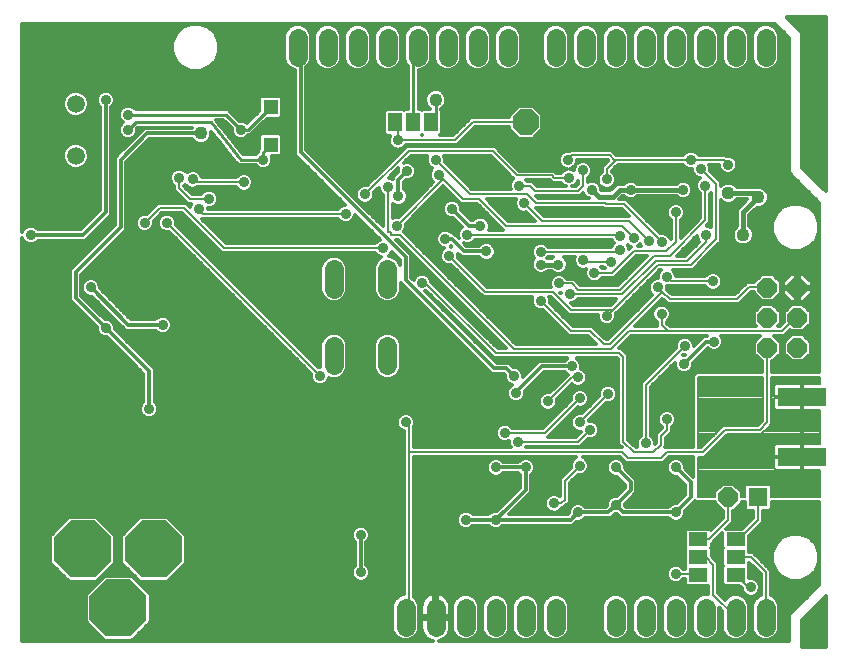
<source format=gbl>
G75*
G70*
%OFA0B0*%
%FSLAX24Y24*%
%IPPOS*%
%LPD*%
%AMOC8*
5,1,8,0,0,1.08239X$1,22.5*
%
%ADD10OC8,0.0640*%
%ADD11C,0.0640*%
%ADD12OC8,0.1900*%
%ADD13R,0.1600X0.0600*%
%ADD14R,0.0640X0.0640*%
%ADD15R,0.0630X0.0460*%
%ADD16R,0.0460X0.0630*%
%ADD17C,0.0594*%
%ADD18R,0.0512X0.0512*%
%ADD19OC8,0.0850*%
%ADD20C,0.0120*%
%ADD21C,0.0350*%
%ADD22C,0.0436*%
%ADD23C,0.0070*%
%ADD24C,0.0160*%
%ADD25C,0.0100*%
D10*
X024597Y006371D03*
X025902Y011351D03*
X026902Y011351D03*
X026902Y012351D03*
X025902Y012351D03*
X025902Y013351D03*
X026902Y013351D03*
D11*
X025847Y021051D02*
X025847Y021691D01*
X024847Y021691D02*
X024847Y021051D01*
X023847Y021051D02*
X023847Y021691D01*
X022847Y021691D02*
X022847Y021051D01*
X021847Y021051D02*
X021847Y021691D01*
X020847Y021691D02*
X020847Y021051D01*
X019847Y021051D02*
X019847Y021691D01*
X018847Y021691D02*
X018847Y021051D01*
X017247Y021051D02*
X017247Y021691D01*
X016247Y021691D02*
X016247Y021051D01*
X015247Y021051D02*
X015247Y021691D01*
X014247Y021691D02*
X014247Y021051D01*
X013247Y021051D02*
X013247Y021691D01*
X012247Y021691D02*
X012247Y021051D01*
X011247Y021051D02*
X011247Y021691D01*
X010247Y021691D02*
X010247Y021051D01*
X011457Y013971D02*
X011457Y013331D01*
X013237Y013331D02*
X013237Y013971D01*
X013237Y011411D02*
X013237Y010771D01*
X011457Y010771D02*
X011457Y011411D01*
X013847Y002691D02*
X013847Y002051D01*
X014847Y002051D02*
X014847Y002691D01*
X015847Y002691D02*
X015847Y002051D01*
X016847Y002051D02*
X016847Y002691D01*
X017847Y002691D02*
X017847Y002051D01*
X018847Y002051D02*
X018847Y002691D01*
X020847Y002691D02*
X020847Y002051D01*
X021847Y002051D02*
X021847Y002691D01*
X022847Y002691D02*
X022847Y002051D01*
X023847Y002051D02*
X023847Y002691D01*
X024847Y002691D02*
X024847Y002051D01*
X025847Y002051D02*
X025847Y002691D01*
D12*
X005447Y004641D03*
X004267Y002671D03*
X003087Y004641D03*
D13*
X027047Y007721D03*
X027047Y009721D03*
D14*
X025597Y006371D03*
D15*
X024847Y004971D03*
X024847Y004371D03*
X024847Y003771D03*
X023597Y003771D03*
X023597Y004371D03*
X023597Y004971D03*
D16*
X014697Y018871D03*
X014097Y018871D03*
X013497Y018871D03*
D17*
X002847Y019487D03*
X002847Y017755D03*
D18*
X009347Y018121D03*
X009347Y019371D03*
D19*
X017847Y018871D03*
D20*
X001057Y015024D02*
X001057Y001581D01*
X014746Y001581D01*
X014734Y001583D01*
X014662Y001606D01*
X014595Y001640D01*
X014534Y001685D01*
X014480Y001738D01*
X014436Y001799D01*
X014402Y001866D01*
X014378Y001938D01*
X014367Y002013D01*
X014367Y002331D01*
X014806Y002331D01*
X014806Y002411D01*
X014367Y002411D01*
X014367Y002728D01*
X014378Y002803D01*
X014402Y002875D01*
X014436Y002942D01*
X014480Y003003D01*
X014534Y003057D01*
X014595Y003101D01*
X014662Y003136D01*
X014734Y003159D01*
X014807Y003170D01*
X014807Y002411D01*
X014887Y002411D01*
X015327Y002411D01*
X015327Y002728D01*
X015315Y002803D01*
X015291Y002875D01*
X015257Y002942D01*
X015213Y003003D01*
X015159Y003057D01*
X015098Y003101D01*
X015031Y003136D01*
X014959Y003159D01*
X014887Y003170D01*
X014887Y002411D01*
X014887Y002331D01*
X015327Y002331D01*
X015327Y002013D01*
X015315Y001938D01*
X015291Y001866D01*
X015257Y001799D01*
X015213Y001738D01*
X015159Y001685D01*
X015098Y001640D01*
X015031Y001606D01*
X014959Y001583D01*
X014947Y001581D01*
X026637Y001581D01*
X026637Y002458D01*
X026760Y002581D01*
X027637Y003458D01*
X027637Y006206D01*
X026047Y006206D01*
X026047Y005997D01*
X025970Y005921D01*
X025762Y005921D01*
X025762Y005552D01*
X025665Y005456D01*
X025292Y005082D01*
X025292Y004687D01*
X025275Y004671D01*
X025292Y004655D01*
X025292Y004536D01*
X025415Y004536D01*
X025915Y004036D01*
X026012Y003939D01*
X026012Y003109D01*
X026101Y003072D01*
X026228Y002946D01*
X026297Y002780D01*
X026297Y001961D01*
X026228Y001796D01*
X026101Y001669D01*
X025936Y001601D01*
X025757Y001601D01*
X025592Y001669D01*
X025465Y001796D01*
X025397Y001961D01*
X025397Y002780D01*
X025465Y002946D01*
X025592Y003072D01*
X025682Y003109D01*
X025682Y003802D01*
X025292Y004192D01*
X025292Y004087D01*
X025275Y004071D01*
X025292Y004055D01*
X025292Y003676D01*
X025407Y003676D01*
X025519Y003629D01*
X025605Y003543D01*
X025652Y003431D01*
X025652Y003310D01*
X025605Y003198D01*
X025519Y003112D01*
X025407Y003066D01*
X025286Y003066D01*
X025174Y003112D01*
X025088Y003198D01*
X025042Y003310D01*
X025042Y003342D01*
X024973Y003411D01*
X024478Y003411D01*
X024402Y003487D01*
X024402Y004055D01*
X024418Y004071D01*
X024402Y004087D01*
X024402Y004655D01*
X024418Y004671D01*
X024402Y004687D01*
X024402Y005192D01*
X024042Y004832D01*
X024042Y004687D01*
X024025Y004671D01*
X024042Y004655D01*
X024042Y004409D01*
X024165Y004286D01*
X024262Y004189D01*
X024262Y003189D01*
X024485Y002966D01*
X024592Y003072D01*
X024757Y003141D01*
X024936Y003141D01*
X025101Y003072D01*
X025228Y002946D01*
X025297Y002780D01*
X025297Y001961D01*
X025228Y001796D01*
X025101Y001669D01*
X024936Y001601D01*
X024757Y001601D01*
X024592Y001669D01*
X024465Y001796D01*
X024397Y001961D01*
X024397Y002587D01*
X024297Y002687D01*
X024297Y001961D01*
X024228Y001796D01*
X024101Y001669D01*
X023936Y001601D01*
X023757Y001601D01*
X023592Y001669D01*
X023465Y001796D01*
X023397Y001961D01*
X023397Y002780D01*
X023465Y002946D01*
X023592Y003072D01*
X023757Y003141D01*
X023932Y003141D01*
X023932Y003189D01*
X023932Y003411D01*
X023228Y003411D01*
X023152Y003487D01*
X023152Y003656D01*
X023108Y003656D01*
X023105Y003648D01*
X023019Y003562D01*
X022907Y003516D01*
X022786Y003516D01*
X022674Y003562D01*
X022588Y003648D01*
X022542Y003760D01*
X022542Y003881D01*
X022588Y003993D01*
X022674Y004079D01*
X022786Y004126D01*
X022907Y004126D01*
X023019Y004079D01*
X023105Y003993D01*
X023108Y003986D01*
X023152Y003986D01*
X023152Y004055D01*
X023168Y004071D01*
X023152Y004087D01*
X023152Y004655D01*
X023168Y004671D01*
X023152Y004687D01*
X023152Y005255D01*
X023228Y005331D01*
X023965Y005331D01*
X024019Y005277D01*
X024432Y005689D01*
X024432Y005921D01*
X024410Y005921D01*
X024147Y006184D01*
X024147Y006206D01*
X023528Y006206D01*
X023489Y006245D01*
X023152Y005907D01*
X023152Y005810D01*
X023105Y005698D01*
X023019Y005612D01*
X022907Y005566D01*
X022786Y005566D01*
X022674Y005612D01*
X022605Y005681D01*
X021175Y005681D01*
X021018Y005681D01*
X020883Y005816D01*
X020810Y005816D01*
X020675Y005681D01*
X020518Y005681D01*
X019838Y005681D01*
X019769Y005612D01*
X019657Y005566D01*
X019560Y005566D01*
X019537Y005542D01*
X019425Y005431D01*
X017088Y005431D01*
X017019Y005362D01*
X016907Y005316D01*
X016786Y005316D01*
X016674Y005362D01*
X016605Y005431D01*
X016088Y005431D01*
X016019Y005362D01*
X015907Y005316D01*
X015786Y005316D01*
X015674Y005362D01*
X015588Y005448D01*
X015542Y005560D01*
X015542Y005681D01*
X015588Y005793D01*
X015674Y005879D01*
X015786Y005926D01*
X015907Y005926D01*
X016019Y005879D01*
X016088Y005811D01*
X016605Y005811D01*
X016674Y005879D01*
X016786Y005926D01*
X016883Y005926D01*
X017018Y006061D01*
X017657Y006699D01*
X017657Y007129D01*
X017605Y007181D01*
X017088Y007181D01*
X017019Y007112D01*
X016907Y007066D01*
X016786Y007066D01*
X016674Y007112D01*
X016588Y007198D01*
X016542Y007310D01*
X016542Y007431D01*
X016588Y007543D01*
X016674Y007629D01*
X016786Y007676D01*
X016907Y007676D01*
X017019Y007629D01*
X017088Y007561D01*
X017605Y007561D01*
X017674Y007629D01*
X017786Y007676D01*
X017907Y007676D01*
X018019Y007629D01*
X018105Y007543D01*
X018152Y007431D01*
X018152Y007310D01*
X018105Y007198D01*
X018037Y007129D01*
X018037Y006699D01*
X018037Y006542D01*
X017305Y005811D01*
X019268Y005811D01*
X019292Y005834D01*
X019292Y005931D01*
X019338Y006043D01*
X019424Y006129D01*
X019536Y006176D01*
X019657Y006176D01*
X019769Y006129D01*
X019838Y006061D01*
X020518Y006061D01*
X020542Y006084D01*
X020542Y006181D01*
X020588Y006293D01*
X020674Y006379D01*
X020786Y006426D01*
X020883Y006426D01*
X021157Y006699D01*
X021157Y006792D01*
X020883Y007066D01*
X020786Y007066D01*
X020674Y007112D01*
X020588Y007198D01*
X020542Y007310D01*
X020542Y007431D01*
X020588Y007543D01*
X020674Y007629D01*
X020786Y007676D01*
X020907Y007676D01*
X021019Y007629D01*
X021105Y007543D01*
X021152Y007431D01*
X021152Y007334D01*
X021537Y006949D01*
X021537Y006792D01*
X021537Y006542D01*
X021425Y006431D01*
X021152Y006157D01*
X021152Y006084D01*
X021175Y006061D01*
X022605Y006061D01*
X022674Y006129D01*
X022786Y006176D01*
X022883Y006176D01*
X023157Y006449D01*
X023157Y006792D01*
X022883Y007066D01*
X022786Y007066D01*
X022674Y007112D01*
X022588Y007198D01*
X022542Y007310D01*
X022542Y007431D01*
X022588Y007543D01*
X022674Y007629D01*
X022786Y007676D01*
X022907Y007676D01*
X023019Y007629D01*
X023105Y007543D01*
X023152Y007431D01*
X023152Y007334D01*
X023425Y007061D01*
X023432Y007061D01*
X023432Y007054D02*
X023425Y007061D01*
X023432Y007054D02*
X023432Y007706D01*
X022615Y007706D01*
X022512Y007602D01*
X022415Y007506D01*
X021315Y007506D01*
X021178Y007506D01*
X020978Y007706D01*
X019755Y007706D01*
X019819Y007679D01*
X019905Y007593D01*
X019952Y007481D01*
X019952Y007360D01*
X019905Y007248D01*
X019819Y007162D01*
X019707Y007116D01*
X019586Y007116D01*
X019578Y007119D01*
X019312Y006852D01*
X019312Y006227D01*
X019215Y006131D01*
X019090Y006006D01*
X019058Y006006D01*
X019055Y005998D01*
X018969Y005912D01*
X018857Y005866D01*
X018736Y005866D01*
X018624Y005912D01*
X018538Y005998D01*
X018492Y006110D01*
X018492Y006231D01*
X017726Y006231D01*
X017844Y006350D02*
X018544Y006350D01*
X018538Y006343D02*
X018492Y006231D01*
X018492Y006112D02*
X017607Y006112D01*
X017488Y005994D02*
X018542Y005994D01*
X018713Y005875D02*
X017370Y005875D01*
X017097Y005871D02*
X016847Y005621D01*
X019347Y005621D01*
X019597Y005871D01*
X020597Y005871D01*
X020847Y006121D01*
X021097Y005871D01*
X022847Y005871D01*
X023347Y006371D01*
X023347Y006871D01*
X022847Y007371D01*
X022961Y007654D02*
X023432Y007654D01*
X023432Y007535D02*
X023109Y007535D01*
X023152Y007416D02*
X023432Y007416D01*
X023432Y007298D02*
X023188Y007298D01*
X023307Y007179D02*
X023432Y007179D01*
X023125Y006824D02*
X021537Y006824D01*
X021537Y006942D02*
X023006Y006942D01*
X022888Y007061D02*
X021425Y007061D01*
X021307Y007179D02*
X022607Y007179D01*
X022547Y007298D02*
X021188Y007298D01*
X021152Y007416D02*
X022542Y007416D01*
X022585Y007535D02*
X022444Y007535D01*
X022563Y007654D02*
X022732Y007654D01*
X022615Y008036D02*
X022495Y008036D01*
X022512Y008052D01*
X022512Y008352D01*
X022712Y008552D01*
X022712Y008689D01*
X022712Y008709D01*
X022719Y008712D01*
X022805Y008798D01*
X022852Y008910D01*
X022852Y009031D01*
X022805Y009143D01*
X022719Y009229D01*
X022607Y009276D01*
X022486Y009276D01*
X022374Y009229D01*
X022288Y009143D01*
X022242Y009031D01*
X022242Y008910D01*
X022288Y008798D01*
X022374Y008712D01*
X022382Y008709D01*
X022382Y008689D01*
X022182Y008489D01*
X022182Y008352D01*
X022182Y008189D01*
X022152Y008159D01*
X022152Y008231D01*
X022105Y008343D01*
X022019Y008429D01*
X022012Y008432D01*
X022012Y010052D01*
X022812Y010852D01*
X022812Y010750D01*
X022858Y010638D01*
X022944Y010552D01*
X023056Y010506D01*
X023177Y010506D01*
X023289Y010552D01*
X023375Y010638D01*
X023422Y010750D01*
X023422Y010847D01*
X023910Y011336D01*
X023944Y011302D01*
X024056Y011256D01*
X024177Y011256D01*
X024289Y011302D01*
X024375Y011388D01*
X024422Y011500D01*
X024422Y011621D01*
X024375Y011733D01*
X024353Y011756D01*
X025670Y011756D01*
X025452Y011537D01*
X025452Y011165D01*
X025715Y010901D01*
X025732Y010901D01*
X025732Y010536D01*
X023665Y010536D01*
X023528Y010536D01*
X023432Y010439D01*
X023432Y008036D01*
X022615Y008036D01*
X022512Y008128D02*
X023432Y008128D01*
X023432Y008246D02*
X022512Y008246D01*
X022524Y008365D02*
X023432Y008365D01*
X023432Y008483D02*
X022643Y008483D01*
X022712Y008602D02*
X023432Y008602D01*
X023432Y008720D02*
X022728Y008720D01*
X022822Y008839D02*
X023432Y008839D01*
X023432Y008957D02*
X022852Y008957D01*
X022833Y009076D02*
X023432Y009076D01*
X023432Y009195D02*
X022754Y009195D01*
X022339Y009195D02*
X022012Y009195D01*
X022012Y009313D02*
X023432Y009313D01*
X023432Y009432D02*
X022012Y009432D01*
X022012Y009550D02*
X023432Y009550D01*
X023432Y009669D02*
X022012Y009669D01*
X022012Y009787D02*
X023432Y009787D01*
X023432Y009906D02*
X022012Y009906D01*
X022012Y010024D02*
X023432Y010024D01*
X023432Y010143D02*
X022102Y010143D01*
X022221Y010261D02*
X023432Y010261D01*
X023432Y010380D02*
X022339Y010380D01*
X022458Y010499D02*
X023491Y010499D01*
X023354Y010617D02*
X025732Y010617D01*
X025732Y010736D02*
X023416Y010736D01*
X023429Y010854D02*
X025732Y010854D01*
X025644Y010973D02*
X023547Y010973D01*
X023666Y011091D02*
X025525Y011091D01*
X025452Y011210D02*
X023784Y011210D01*
X023903Y011328D02*
X023918Y011328D01*
X023867Y011561D02*
X023117Y010811D01*
X022879Y010617D02*
X022576Y010617D01*
X022695Y010736D02*
X022818Y010736D01*
X022465Y010973D02*
X021262Y010973D01*
X021262Y011091D02*
X022584Y011091D01*
X022702Y011210D02*
X021166Y011210D01*
X021165Y011211D02*
X021040Y011336D01*
X020945Y011336D01*
X021365Y011756D01*
X022508Y011756D01*
X022645Y011756D01*
X023880Y011756D01*
X023875Y011751D01*
X023788Y011751D01*
X023452Y011414D01*
X023452Y011481D01*
X023405Y011593D01*
X023319Y011679D01*
X023207Y011726D01*
X023086Y011726D01*
X022974Y011679D01*
X022888Y011593D01*
X022842Y011481D01*
X022842Y011360D01*
X022845Y011352D01*
X021778Y010286D01*
X021682Y010189D01*
X021682Y008432D01*
X021674Y008429D01*
X021588Y008343D01*
X021542Y008231D01*
X021542Y008110D01*
X021572Y008036D01*
X021515Y008036D01*
X021262Y008289D01*
X021262Y011114D01*
X021165Y011211D01*
X021047Y011328D02*
X022821Y011328D01*
X022842Y011447D02*
X021056Y011447D01*
X021175Y011565D02*
X022876Y011565D01*
X022985Y011684D02*
X021293Y011684D01*
X021495Y012086D02*
X022397Y012987D01*
X022482Y012902D01*
X022578Y012806D01*
X024828Y012806D01*
X024965Y012806D01*
X025365Y013206D01*
X025452Y013206D01*
X025452Y013165D01*
X025715Y012901D01*
X026088Y012901D01*
X026352Y013165D01*
X026352Y013537D01*
X026088Y013801D01*
X025715Y013801D01*
X025452Y013537D01*
X025452Y013536D01*
X025228Y013536D01*
X025132Y013439D01*
X024828Y013136D01*
X022715Y013136D01*
X022562Y013289D01*
X022548Y013302D01*
X022552Y013310D01*
X022552Y013416D01*
X022607Y013416D01*
X022615Y013419D01*
X022628Y013406D01*
X023835Y013406D01*
X023838Y013398D01*
X023924Y013312D01*
X024036Y013266D01*
X024157Y013266D01*
X024269Y013312D01*
X024355Y013398D01*
X024402Y013510D01*
X024402Y013631D01*
X024355Y013743D01*
X024269Y013829D01*
X024157Y013876D01*
X024036Y013876D01*
X023924Y013829D01*
X023838Y013743D01*
X023835Y013736D01*
X022852Y013736D01*
X022852Y013781D01*
X022805Y013893D01*
X022743Y013956D01*
X023415Y013956D01*
X023512Y014052D01*
X023512Y014052D01*
X024265Y014806D01*
X024266Y014806D01*
X024312Y014853D01*
X024362Y014902D01*
X024362Y014903D01*
X024362Y014969D01*
X024362Y015039D01*
X024361Y015039D01*
X024355Y016270D01*
X024409Y016216D01*
X024537Y016163D01*
X024676Y016163D01*
X024804Y016216D01*
X024889Y016301D01*
X025230Y016301D01*
X024887Y015958D01*
X024887Y015784D01*
X024887Y015403D01*
X024801Y015318D01*
X024749Y015190D01*
X024749Y015051D01*
X024801Y014924D01*
X024899Y014826D01*
X025027Y014773D01*
X025166Y014773D01*
X025294Y014826D01*
X025392Y014924D01*
X025445Y015051D01*
X025445Y015190D01*
X025392Y015318D01*
X025307Y015403D01*
X025307Y015784D01*
X025545Y016023D01*
X025666Y016023D01*
X025794Y016076D01*
X025892Y016174D01*
X025945Y016301D01*
X025945Y016440D01*
X025892Y016568D01*
X025794Y016666D01*
X025666Y016719D01*
X025545Y016719D01*
X025544Y016721D01*
X025370Y016721D01*
X024889Y016721D01*
X024804Y016806D01*
X024676Y016859D01*
X024537Y016859D01*
X024409Y016806D01*
X024352Y016748D01*
X024352Y016834D01*
X024352Y016899D01*
X024351Y016899D01*
X024351Y016900D01*
X026920Y016900D01*
X026802Y017018D02*
X024232Y017018D01*
X024304Y016946D02*
X023998Y017252D01*
X024002Y017260D01*
X024002Y017381D01*
X023971Y017456D01*
X024292Y017456D01*
X024292Y017400D01*
X024338Y017288D01*
X024424Y017202D01*
X024536Y017156D01*
X024657Y017156D01*
X024769Y017202D01*
X024855Y017288D01*
X024902Y017400D01*
X024902Y017521D01*
X024855Y017633D01*
X024769Y017719D01*
X024657Y017766D01*
X024536Y017766D01*
X024535Y017765D01*
X024515Y017786D01*
X023618Y017786D01*
X023615Y017793D01*
X023529Y017879D01*
X023417Y017926D01*
X023296Y017926D01*
X023184Y017879D01*
X023098Y017793D01*
X023095Y017786D01*
X020915Y017786D01*
X020865Y017786D01*
X020715Y017936D01*
X020578Y017936D01*
X019328Y017936D01*
X019315Y017922D01*
X019307Y017926D01*
X019186Y017926D01*
X019074Y017879D01*
X018988Y017793D01*
X018942Y017681D01*
X018942Y017560D01*
X018988Y017448D01*
X019074Y017362D01*
X019186Y017316D01*
X019212Y017316D01*
X019124Y017279D01*
X019038Y017193D01*
X019035Y017186D01*
X018865Y017186D01*
X018785Y017266D01*
X018648Y017266D01*
X017635Y017266D01*
X016815Y018086D01*
X016678Y018086D01*
X013878Y018086D01*
X013782Y017989D01*
X012565Y016772D01*
X012557Y016776D01*
X012436Y016776D01*
X012324Y016729D01*
X012238Y016643D01*
X012192Y016531D01*
X012192Y016410D01*
X012238Y016298D01*
X012324Y016212D01*
X012436Y016166D01*
X012557Y016166D01*
X012669Y016212D01*
X012755Y016298D01*
X012802Y016410D01*
X012802Y016531D01*
X012798Y016539D01*
X012942Y016682D01*
X012942Y016660D01*
X012988Y016548D01*
X013074Y016462D01*
X013082Y016459D01*
X013082Y015404D01*
X010537Y017949D01*
X010537Y020704D01*
X010628Y020796D01*
X010697Y020961D01*
X010697Y021780D01*
X010628Y021946D01*
X010501Y022072D01*
X010336Y022141D01*
X010157Y022141D01*
X009992Y022072D01*
X009865Y021946D01*
X009797Y021780D01*
X009797Y020961D01*
X009865Y020796D01*
X009992Y020669D01*
X010157Y020601D01*
X010157Y017792D01*
X010268Y017681D01*
X011823Y016126D01*
X011786Y016126D01*
X011674Y016079D01*
X011588Y015993D01*
X011585Y015986D01*
X007252Y015986D01*
X007252Y016016D01*
X007357Y016016D01*
X007469Y016062D01*
X007555Y016148D01*
X007602Y016260D01*
X007602Y016381D01*
X007555Y016493D01*
X007469Y016579D01*
X007357Y016626D01*
X007236Y016626D01*
X007124Y016579D01*
X007038Y016493D01*
X007035Y016486D01*
X006715Y016486D01*
X006462Y016739D01*
X006462Y016759D01*
X006469Y016762D01*
X006497Y016789D01*
X006574Y016712D01*
X006686Y016666D01*
X006807Y016666D01*
X006904Y016706D01*
X006915Y016706D01*
X008185Y016706D01*
X008188Y016698D01*
X008274Y016612D01*
X008386Y016566D01*
X008507Y016566D01*
X008619Y016612D01*
X008705Y016698D01*
X008752Y016810D01*
X008752Y016931D01*
X008705Y017043D01*
X008619Y017129D01*
X008507Y017176D01*
X008386Y017176D01*
X008274Y017129D01*
X008188Y017043D01*
X008185Y017036D01*
X007050Y017036D01*
X007005Y017143D01*
X006919Y017229D01*
X006807Y017276D01*
X006686Y017276D01*
X006574Y017229D01*
X006547Y017202D01*
X006469Y017279D01*
X006357Y017326D01*
X006236Y017326D01*
X006124Y017279D01*
X006038Y017193D01*
X005992Y017081D01*
X005992Y016960D01*
X006038Y016848D01*
X006124Y016762D01*
X006132Y016759D01*
X006132Y016739D01*
X006132Y016602D01*
X006578Y016156D01*
X006700Y016156D01*
X006688Y016143D01*
X006650Y016051D01*
X006515Y016186D01*
X006378Y016186D01*
X005578Y016186D01*
X005482Y016089D01*
X005215Y015822D01*
X005207Y015826D01*
X005086Y015826D01*
X004974Y015779D01*
X004888Y015693D01*
X004842Y015581D01*
X004842Y015460D01*
X004888Y015348D01*
X004974Y015262D01*
X005086Y015216D01*
X005207Y015216D01*
X005319Y015262D01*
X005405Y015348D01*
X005452Y015460D01*
X005452Y015581D01*
X005448Y015589D01*
X005715Y015856D01*
X006378Y015856D01*
X007632Y014602D01*
X007728Y014506D01*
X012835Y014506D01*
X012838Y014498D01*
X012924Y014412D01*
X013025Y014370D01*
X012982Y014352D01*
X012855Y014226D01*
X012787Y014060D01*
X012787Y013241D01*
X012855Y013076D01*
X012982Y012949D01*
X013147Y012881D01*
X013326Y012881D01*
X013491Y012949D01*
X013618Y013076D01*
X013687Y013241D01*
X013687Y013512D01*
X016718Y010481D01*
X016875Y010481D01*
X017118Y010481D01*
X017142Y010457D01*
X017142Y010360D01*
X017188Y010248D01*
X017274Y010162D01*
X017386Y010116D01*
X017394Y010116D01*
X017354Y010099D01*
X017268Y010013D01*
X017222Y009901D01*
X017222Y009780D01*
X017268Y009668D01*
X017354Y009582D01*
X017466Y009536D01*
X017587Y009536D01*
X017699Y009582D01*
X017785Y009668D01*
X017832Y009780D01*
X017832Y009901D01*
X017824Y009919D01*
X018455Y010551D01*
X019145Y010551D01*
X019214Y010482D01*
X019257Y010464D01*
X018665Y009872D01*
X018657Y009876D01*
X018536Y009876D01*
X018424Y009829D01*
X018338Y009743D01*
X018292Y009631D01*
X018292Y009510D01*
X018338Y009398D01*
X018424Y009312D01*
X018536Y009266D01*
X018657Y009266D01*
X018769Y009312D01*
X018855Y009398D01*
X018902Y009510D01*
X018902Y009631D01*
X018898Y009639D01*
X019398Y010138D01*
X019424Y010112D01*
X019536Y010066D01*
X019657Y010066D01*
X019769Y010112D01*
X019855Y010198D01*
X019902Y010310D01*
X019902Y010431D01*
X019855Y010543D01*
X019769Y010629D01*
X019685Y010664D01*
X019692Y010680D01*
X019692Y010801D01*
X019645Y010913D01*
X019559Y010999D01*
X019544Y011006D01*
X020903Y011006D01*
X020932Y010977D01*
X020932Y008152D01*
X021028Y008056D01*
X021048Y008036D01*
X017843Y008036D01*
X017855Y008048D01*
X017858Y008056D01*
X019528Y008056D01*
X019665Y008056D01*
X019928Y008319D01*
X019936Y008316D01*
X020057Y008316D01*
X020169Y008362D01*
X020255Y008448D01*
X020302Y008560D01*
X020302Y008681D01*
X020255Y008793D01*
X020169Y008879D01*
X020057Y008926D01*
X019952Y008926D01*
X019952Y008931D01*
X019948Y008939D01*
X020528Y009519D01*
X020536Y009516D01*
X020657Y009516D01*
X020769Y009562D01*
X020855Y009648D01*
X020902Y009760D01*
X020902Y009881D01*
X020855Y009993D01*
X020769Y010079D01*
X020657Y010126D01*
X020536Y010126D01*
X020424Y010079D01*
X020338Y009993D01*
X020292Y009881D01*
X020292Y009760D01*
X020295Y009752D01*
X019715Y009172D01*
X019707Y009176D01*
X019586Y009176D01*
X019474Y009129D01*
X019388Y009043D01*
X019342Y008931D01*
X019342Y008810D01*
X019388Y008698D01*
X019474Y008612D01*
X019586Y008566D01*
X019692Y008566D01*
X019692Y008560D01*
X019695Y008552D01*
X019528Y008386D01*
X018595Y008386D01*
X018662Y008452D01*
X019578Y009369D01*
X019586Y009366D01*
X019707Y009366D01*
X019819Y009412D01*
X019905Y009498D01*
X019952Y009610D01*
X019952Y009731D01*
X019905Y009843D01*
X019819Y009929D01*
X019707Y009976D01*
X019586Y009976D01*
X019474Y009929D01*
X019388Y009843D01*
X019342Y009731D01*
X019342Y009610D01*
X019345Y009602D01*
X018428Y008686D01*
X017408Y008686D01*
X017405Y008693D01*
X017319Y008779D01*
X017207Y008826D01*
X017086Y008826D01*
X016974Y008779D01*
X016888Y008693D01*
X016842Y008581D01*
X016842Y008460D01*
X016888Y008348D01*
X016974Y008262D01*
X017086Y008216D01*
X017207Y008216D01*
X017292Y008251D01*
X017292Y008160D01*
X017338Y008048D01*
X017350Y008036D01*
X014112Y008036D01*
X014112Y008713D01*
X014152Y008810D01*
X014152Y008931D01*
X014105Y009043D01*
X014019Y009129D01*
X013907Y009176D01*
X013786Y009176D01*
X013674Y009129D01*
X013588Y009043D01*
X013542Y008931D01*
X013542Y008810D01*
X013588Y008698D01*
X013674Y008612D01*
X013782Y008567D01*
X013782Y007939D01*
X013782Y007802D01*
X013782Y003141D01*
X013757Y003141D01*
X013592Y003072D01*
X013465Y002946D01*
X013397Y002780D01*
X013397Y001961D01*
X013465Y001796D01*
X013592Y001669D01*
X013757Y001601D01*
X013936Y001601D01*
X014101Y001669D01*
X014228Y001796D01*
X014297Y001961D01*
X014297Y002780D01*
X014228Y002946D01*
X014112Y003062D01*
X014112Y007706D01*
X019538Y007706D01*
X019474Y007679D01*
X019388Y007593D01*
X019342Y007481D01*
X019342Y007360D01*
X019345Y007352D01*
X019078Y007086D01*
X018982Y006989D01*
X018982Y006417D01*
X018969Y006429D01*
X018857Y006476D01*
X018736Y006476D01*
X018624Y006429D01*
X018538Y006343D01*
X018718Y006468D02*
X017963Y006468D01*
X018037Y006587D02*
X018982Y006587D01*
X018982Y006705D02*
X018037Y006705D01*
X018037Y006824D02*
X018982Y006824D01*
X018982Y006942D02*
X018037Y006942D01*
X018037Y007061D02*
X019053Y007061D01*
X019078Y007086D02*
X019078Y007086D01*
X019172Y007179D02*
X018087Y007179D01*
X018147Y007298D02*
X019290Y007298D01*
X019342Y007416D02*
X018152Y007416D01*
X018109Y007535D02*
X019364Y007535D01*
X019448Y007654D02*
X017961Y007654D01*
X017732Y007654D02*
X016961Y007654D01*
X016732Y007654D02*
X014112Y007654D01*
X014112Y007535D02*
X016585Y007535D01*
X016542Y007416D02*
X014112Y007416D01*
X014112Y007298D02*
X016547Y007298D01*
X016607Y007179D02*
X014112Y007179D01*
X014112Y007061D02*
X017657Y007061D01*
X017657Y006942D02*
X014112Y006942D01*
X014112Y006824D02*
X017657Y006824D01*
X017657Y006705D02*
X014112Y006705D01*
X014112Y006587D02*
X017544Y006587D01*
X017425Y006468D02*
X014112Y006468D01*
X014112Y006350D02*
X017307Y006350D01*
X017188Y006231D02*
X014112Y006231D01*
X014112Y006112D02*
X017070Y006112D01*
X016951Y005994D02*
X014112Y005994D01*
X014112Y005875D02*
X015670Y005875D01*
X015573Y005757D02*
X014112Y005757D01*
X014112Y005638D02*
X015542Y005638D01*
X015558Y005520D02*
X014112Y005520D01*
X014112Y005401D02*
X015635Y005401D01*
X015847Y005621D02*
X016847Y005621D01*
X017847Y006621D01*
X017847Y007371D01*
X016847Y007371D01*
X017087Y007179D02*
X017607Y007179D01*
X018876Y006468D02*
X018982Y006468D01*
X019197Y006112D02*
X019407Y006112D01*
X019318Y005994D02*
X019051Y005994D01*
X018881Y005875D02*
X019292Y005875D01*
X019312Y006231D02*
X020562Y006231D01*
X020542Y006112D02*
X019786Y006112D01*
X019312Y006350D02*
X020644Y006350D01*
X020925Y006468D02*
X019312Y006468D01*
X019312Y006587D02*
X021044Y006587D01*
X021157Y006705D02*
X019312Y006705D01*
X019312Y006824D02*
X021125Y006824D01*
X021006Y006942D02*
X019401Y006942D01*
X019520Y007061D02*
X020888Y007061D01*
X020607Y007179D02*
X019837Y007179D01*
X019926Y007298D02*
X020547Y007298D01*
X020542Y007416D02*
X019952Y007416D01*
X019929Y007535D02*
X020585Y007535D01*
X020732Y007654D02*
X019845Y007654D01*
X019737Y008128D02*
X020956Y008128D01*
X021028Y008056D02*
X021028Y008056D01*
X020932Y008246D02*
X019855Y008246D01*
X019626Y008483D02*
X018693Y008483D01*
X018811Y008602D02*
X019499Y008602D01*
X019379Y008720D02*
X018930Y008720D01*
X019048Y008839D02*
X019342Y008839D01*
X019352Y008957D02*
X019167Y008957D01*
X019285Y009076D02*
X019421Y009076D01*
X019404Y009195D02*
X019737Y009195D01*
X019856Y009313D02*
X019522Y009313D01*
X019293Y009550D02*
X018902Y009550D01*
X018928Y009669D02*
X019342Y009669D01*
X019365Y009787D02*
X019046Y009787D01*
X019165Y009906D02*
X019450Y009906D01*
X019284Y010024D02*
X020369Y010024D01*
X020302Y009906D02*
X019843Y009906D01*
X019928Y009787D02*
X020292Y009787D01*
X020211Y009669D02*
X019952Y009669D01*
X019927Y009550D02*
X020093Y009550D01*
X019974Y009432D02*
X019839Y009432D01*
X020085Y009076D02*
X020932Y009076D01*
X020932Y008957D02*
X019967Y008957D01*
X020210Y008839D02*
X020932Y008839D01*
X020932Y008720D02*
X020285Y008720D01*
X020302Y008602D02*
X020932Y008602D01*
X020932Y008483D02*
X020270Y008483D01*
X020172Y008365D02*
X020932Y008365D01*
X021262Y008365D02*
X021609Y008365D01*
X021548Y008246D02*
X021304Y008246D01*
X021423Y008128D02*
X021542Y008128D01*
X021682Y008483D02*
X021262Y008483D01*
X021262Y008602D02*
X021682Y008602D01*
X021682Y008720D02*
X021262Y008720D01*
X021262Y008839D02*
X021682Y008839D01*
X021682Y008957D02*
X021262Y008957D01*
X021262Y009076D02*
X021682Y009076D01*
X021682Y009195D02*
X021262Y009195D01*
X021262Y009313D02*
X021682Y009313D01*
X021682Y009432D02*
X021262Y009432D01*
X021262Y009550D02*
X021682Y009550D01*
X021682Y009669D02*
X021262Y009669D01*
X021262Y009787D02*
X021682Y009787D01*
X021682Y009906D02*
X021262Y009906D01*
X021262Y010024D02*
X021682Y010024D01*
X021682Y010143D02*
X021262Y010143D01*
X021262Y010261D02*
X021754Y010261D01*
X021873Y010380D02*
X021262Y010380D01*
X021262Y010499D02*
X021991Y010499D01*
X022110Y010617D02*
X021262Y010617D01*
X021262Y010736D02*
X022228Y010736D01*
X022347Y010854D02*
X021262Y010854D01*
X020932Y010854D02*
X019670Y010854D01*
X019692Y010736D02*
X020932Y010736D01*
X020932Y010617D02*
X019782Y010617D01*
X019874Y010499D02*
X020932Y010499D01*
X020932Y010380D02*
X019902Y010380D01*
X019881Y010261D02*
X020932Y010261D01*
X020932Y010143D02*
X019800Y010143D01*
X019173Y010380D02*
X018285Y010380D01*
X018403Y010499D02*
X019197Y010499D01*
X019054Y010261D02*
X018166Y010261D01*
X018047Y010143D02*
X018936Y010143D01*
X018817Y010024D02*
X017929Y010024D01*
X017830Y009906D02*
X018698Y009906D01*
X018382Y009787D02*
X017832Y009787D01*
X017785Y009669D02*
X018307Y009669D01*
X018292Y009550D02*
X017622Y009550D01*
X017431Y009550D02*
X005498Y009550D01*
X005487Y009562D02*
X005487Y010649D01*
X005375Y010761D01*
X004152Y011984D01*
X004152Y012081D01*
X004105Y012193D01*
X004019Y012279D01*
X003907Y012326D01*
X003810Y012326D01*
X003037Y013099D01*
X003037Y013792D01*
X004537Y015292D01*
X004537Y015449D01*
X004537Y017542D01*
X005305Y018311D01*
X006719Y018311D01*
X006721Y018304D01*
X006819Y018206D01*
X006947Y018153D01*
X007086Y018153D01*
X007214Y018206D01*
X007312Y018304D01*
X007365Y018431D01*
X007365Y018560D01*
X008167Y017558D01*
X008167Y017546D01*
X008212Y017501D01*
X008253Y017450D01*
X008264Y017449D01*
X008272Y017441D01*
X008337Y017441D01*
X008401Y017434D01*
X008410Y017441D01*
X008845Y017441D01*
X008924Y017362D01*
X009036Y017316D01*
X009157Y017316D01*
X009269Y017362D01*
X009355Y017448D01*
X009402Y017560D01*
X009402Y017681D01*
X009379Y017735D01*
X009656Y017735D01*
X009732Y017811D01*
X009732Y018430D01*
X009656Y018507D01*
X009037Y018507D01*
X008961Y018430D01*
X008961Y017989D01*
X008917Y017945D01*
X008917Y017872D01*
X008845Y017801D01*
X008433Y017801D01*
X007527Y018934D01*
X007527Y018941D01*
X007772Y018941D01*
X008042Y018671D01*
X008042Y018560D01*
X008088Y018448D01*
X008174Y018362D01*
X008286Y018316D01*
X008407Y018316D01*
X008519Y018362D01*
X008598Y018441D01*
X008671Y018441D01*
X009215Y018985D01*
X009656Y018985D01*
X009732Y019061D01*
X009732Y019680D01*
X009656Y019757D01*
X009037Y019757D01*
X008961Y019680D01*
X008961Y019239D01*
X008560Y018839D01*
X008519Y018879D01*
X008407Y018926D01*
X008296Y018926D01*
X007921Y019301D01*
X007772Y019301D01*
X004848Y019301D01*
X004769Y019379D01*
X004657Y019426D01*
X004536Y019426D01*
X004424Y019379D01*
X004338Y019293D01*
X004292Y019181D01*
X004292Y019060D01*
X004338Y018948D01*
X004415Y018871D01*
X004338Y018793D01*
X004292Y018681D01*
X004292Y018560D01*
X004338Y018448D01*
X004424Y018362D01*
X004536Y018316D01*
X004657Y018316D01*
X004769Y018362D01*
X004855Y018448D01*
X004902Y018560D01*
X004902Y018671D01*
X004921Y018691D01*
X006719Y018691D01*
X006719Y018691D01*
X005305Y018691D01*
X005148Y018691D01*
X004268Y017811D01*
X004157Y017699D01*
X004157Y015449D01*
X002768Y014061D01*
X002657Y013949D01*
X002657Y013099D01*
X002657Y012942D01*
X003542Y012057D01*
X003542Y011960D01*
X003588Y011848D01*
X003674Y011762D01*
X003786Y011716D01*
X003883Y011716D01*
X005107Y010492D01*
X005107Y009562D01*
X005038Y009493D01*
X004992Y009381D01*
X004992Y009260D01*
X005038Y009148D01*
X005124Y009062D01*
X005236Y009016D01*
X005357Y009016D01*
X005469Y009062D01*
X005555Y009148D01*
X005602Y009260D01*
X005602Y009381D01*
X005555Y009493D01*
X005487Y009562D01*
X005487Y009669D02*
X017268Y009669D01*
X017222Y009787D02*
X005487Y009787D01*
X005487Y009906D02*
X017223Y009906D01*
X017279Y010024D02*
X005487Y010024D01*
X005487Y010143D02*
X010870Y010143D01*
X010824Y010162D02*
X010936Y010116D01*
X011057Y010116D01*
X011169Y010162D01*
X011255Y010248D01*
X011297Y010350D01*
X011367Y010321D01*
X011546Y010321D01*
X011711Y010389D01*
X011838Y010516D01*
X011907Y010681D01*
X011907Y011500D01*
X011838Y011666D01*
X011711Y011792D01*
X011546Y011861D01*
X011367Y011861D01*
X011202Y011792D01*
X011075Y011666D01*
X011007Y011500D01*
X011007Y010726D01*
X010936Y010726D01*
X010928Y010722D01*
X006198Y015452D01*
X006202Y015460D01*
X006202Y015581D01*
X006155Y015693D01*
X006069Y015779D01*
X005957Y015826D01*
X005836Y015826D01*
X005724Y015779D01*
X005638Y015693D01*
X005592Y015581D01*
X005592Y015460D01*
X005638Y015348D01*
X005724Y015262D01*
X005836Y015216D01*
X005957Y015216D01*
X005965Y015219D01*
X010695Y010489D01*
X010692Y010481D01*
X010692Y010360D01*
X010738Y010248D01*
X010824Y010162D01*
X010732Y010261D02*
X005487Y010261D01*
X005487Y010380D02*
X010692Y010380D01*
X010685Y010499D02*
X005487Y010499D01*
X005487Y010617D02*
X010567Y010617D01*
X010448Y010736D02*
X005400Y010736D01*
X005282Y010854D02*
X010330Y010854D01*
X010211Y010973D02*
X005163Y010973D01*
X005045Y011091D02*
X010093Y011091D01*
X009974Y011210D02*
X004926Y011210D01*
X004808Y011328D02*
X009856Y011328D01*
X009737Y011447D02*
X004689Y011447D01*
X004571Y011565D02*
X009619Y011565D01*
X009500Y011684D02*
X004452Y011684D01*
X004333Y011803D02*
X009381Y011803D01*
X009263Y011921D02*
X005978Y011921D01*
X006005Y011948D02*
X006052Y012060D01*
X006052Y012181D01*
X006005Y012293D01*
X005919Y012379D01*
X005807Y012426D01*
X005686Y012426D01*
X005574Y012379D01*
X005505Y012311D01*
X004675Y012311D01*
X003652Y013334D01*
X003652Y013431D01*
X003605Y013543D01*
X003519Y013629D01*
X003407Y013676D01*
X003286Y013676D01*
X003174Y013629D01*
X003088Y013543D01*
X003042Y013431D01*
X003042Y013310D01*
X003088Y013198D01*
X003174Y013112D01*
X003286Y013066D01*
X003383Y013066D01*
X004518Y011931D01*
X004675Y011931D01*
X005505Y011931D01*
X005574Y011862D01*
X005686Y011816D01*
X005807Y011816D01*
X005919Y011862D01*
X006005Y011948D01*
X006043Y012040D02*
X009144Y012040D01*
X009026Y012158D02*
X006052Y012158D01*
X006012Y012277D02*
X008907Y012277D01*
X008789Y012395D02*
X005881Y012395D01*
X005612Y012395D02*
X004591Y012395D01*
X004472Y012514D02*
X008670Y012514D01*
X008552Y012632D02*
X004354Y012632D01*
X004235Y012751D02*
X008433Y012751D01*
X008315Y012869D02*
X004117Y012869D01*
X003998Y012988D02*
X008196Y012988D01*
X008077Y013106D02*
X003879Y013106D01*
X003761Y013225D02*
X007959Y013225D01*
X007840Y013344D02*
X003652Y013344D01*
X003639Y013462D02*
X007722Y013462D01*
X007603Y013581D02*
X003568Y013581D01*
X003347Y013371D02*
X004597Y012121D01*
X005747Y012121D01*
X005515Y011921D02*
X004215Y011921D01*
X004152Y012040D02*
X004409Y012040D01*
X004290Y012158D02*
X004120Y012158D01*
X004172Y012277D02*
X004022Y012277D01*
X004053Y012395D02*
X003741Y012395D01*
X003622Y012514D02*
X003935Y012514D01*
X003816Y012632D02*
X003504Y012632D01*
X003385Y012751D02*
X003698Y012751D01*
X003579Y012869D02*
X003267Y012869D01*
X003148Y012988D02*
X003461Y012988D01*
X003187Y013106D02*
X003037Y013106D01*
X003037Y013225D02*
X003077Y013225D01*
X003042Y013344D02*
X003037Y013344D01*
X003037Y013462D02*
X003054Y013462D01*
X003037Y013581D02*
X003125Y013581D01*
X003037Y013699D02*
X007485Y013699D01*
X007366Y013818D02*
X003062Y013818D01*
X003181Y013936D02*
X007248Y013936D01*
X007129Y014055D02*
X003299Y014055D01*
X003418Y014173D02*
X007011Y014173D01*
X006892Y014292D02*
X003537Y014292D01*
X003655Y014410D02*
X006774Y014410D01*
X006655Y014529D02*
X003774Y014529D01*
X003892Y014648D02*
X006536Y014648D01*
X006418Y014766D02*
X004011Y014766D01*
X004129Y014885D02*
X006299Y014885D01*
X006181Y015003D02*
X004248Y015003D01*
X004366Y015122D02*
X006062Y015122D01*
X005777Y015240D02*
X005267Y015240D01*
X005410Y015359D02*
X005634Y015359D01*
X005592Y015477D02*
X005452Y015477D01*
X005455Y015596D02*
X005598Y015596D01*
X005574Y015714D02*
X005659Y015714D01*
X005692Y015833D02*
X006401Y015833D01*
X006519Y015714D02*
X006134Y015714D01*
X006196Y015596D02*
X006638Y015596D01*
X006757Y015477D02*
X006202Y015477D01*
X006292Y015359D02*
X006875Y015359D01*
X006994Y015240D02*
X006410Y015240D01*
X006529Y015122D02*
X007112Y015122D01*
X007231Y015003D02*
X006647Y015003D01*
X006766Y014885D02*
X007349Y014885D01*
X007468Y014766D02*
X006884Y014766D01*
X007003Y014648D02*
X007586Y014648D01*
X007705Y014529D02*
X007122Y014529D01*
X007240Y014410D02*
X011342Y014410D01*
X011367Y014421D02*
X011202Y014352D01*
X011075Y014226D01*
X011007Y014060D01*
X011007Y013241D01*
X011075Y013076D01*
X011202Y012949D01*
X011367Y012881D01*
X011546Y012881D01*
X011711Y012949D01*
X011838Y013076D01*
X011907Y013241D01*
X011907Y014060D01*
X011838Y014226D01*
X011711Y014352D01*
X011546Y014421D01*
X011367Y014421D01*
X011571Y014410D02*
X012928Y014410D01*
X012921Y014292D02*
X011772Y014292D01*
X011860Y014173D02*
X012834Y014173D01*
X012787Y014055D02*
X011907Y014055D01*
X011907Y013936D02*
X012787Y013936D01*
X012787Y013818D02*
X011907Y013818D01*
X011907Y013699D02*
X012787Y013699D01*
X012787Y013581D02*
X011907Y013581D01*
X011907Y013462D02*
X012787Y013462D01*
X012787Y013344D02*
X011907Y013344D01*
X011900Y013225D02*
X012793Y013225D01*
X012842Y013106D02*
X011851Y013106D01*
X011750Y012988D02*
X012943Y012988D01*
X013530Y012988D02*
X014211Y012988D01*
X014329Y012869D02*
X008781Y012869D01*
X008900Y012751D02*
X014448Y012751D01*
X014566Y012632D02*
X009018Y012632D01*
X009137Y012514D02*
X014685Y012514D01*
X014803Y012395D02*
X009255Y012395D01*
X009374Y012277D02*
X014922Y012277D01*
X015040Y012158D02*
X009492Y012158D01*
X009611Y012040D02*
X015159Y012040D01*
X015278Y011921D02*
X009730Y011921D01*
X009848Y011803D02*
X011227Y011803D01*
X011094Y011684D02*
X009967Y011684D01*
X010085Y011565D02*
X011034Y011565D01*
X011007Y011447D02*
X010204Y011447D01*
X010322Y011328D02*
X011007Y011328D01*
X011007Y011210D02*
X010441Y011210D01*
X010559Y011091D02*
X011007Y011091D01*
X011007Y010973D02*
X010678Y010973D01*
X010796Y010854D02*
X011007Y010854D01*
X011007Y010736D02*
X010915Y010736D01*
X011261Y010261D02*
X017182Y010261D01*
X017142Y010380D02*
X013469Y010380D01*
X013491Y010389D02*
X013618Y010516D01*
X013687Y010681D01*
X013687Y011500D01*
X013618Y011666D01*
X013491Y011792D01*
X013326Y011861D01*
X013147Y011861D01*
X012982Y011792D01*
X012855Y011666D01*
X012787Y011500D01*
X012787Y010681D01*
X012855Y010516D01*
X012982Y010389D01*
X013147Y010321D01*
X013326Y010321D01*
X013491Y010389D01*
X013601Y010499D02*
X016700Y010499D01*
X016581Y010617D02*
X013660Y010617D01*
X013687Y010736D02*
X016463Y010736D01*
X016344Y010854D02*
X013687Y010854D01*
X013687Y010973D02*
X016226Y010973D01*
X016107Y011091D02*
X013687Y011091D01*
X013687Y011210D02*
X015989Y011210D01*
X015870Y011328D02*
X013687Y011328D01*
X013687Y011447D02*
X015752Y011447D01*
X015633Y011565D02*
X013660Y011565D01*
X013600Y011684D02*
X015515Y011684D01*
X015396Y011803D02*
X013467Y011803D01*
X013007Y011803D02*
X011687Y011803D01*
X011820Y011684D02*
X012874Y011684D01*
X012814Y011565D02*
X011880Y011565D01*
X011907Y011447D02*
X012787Y011447D01*
X012787Y011328D02*
X011907Y011328D01*
X011907Y011210D02*
X012787Y011210D01*
X012787Y011091D02*
X011907Y011091D01*
X011907Y010973D02*
X012787Y010973D01*
X012787Y010854D02*
X011907Y010854D01*
X011907Y010736D02*
X012787Y010736D01*
X012813Y010617D02*
X011880Y010617D01*
X011821Y010499D02*
X012872Y010499D01*
X013004Y010380D02*
X011689Y010380D01*
X011123Y010143D02*
X017320Y010143D01*
X017447Y010421D02*
X017197Y010671D01*
X016797Y010671D01*
X013847Y013621D01*
X013847Y014371D01*
X010347Y017871D01*
X010347Y020771D01*
X010247Y021371D01*
X010697Y021405D02*
X010797Y021405D01*
X010797Y021523D02*
X010697Y021523D01*
X010697Y021642D02*
X010797Y021642D01*
X010797Y021760D02*
X010697Y021760D01*
X010797Y021780D02*
X010865Y021946D01*
X010992Y022072D01*
X011157Y022141D01*
X011336Y022141D01*
X011501Y022072D01*
X011628Y021946D01*
X011697Y021780D01*
X011697Y020961D01*
X011628Y020796D01*
X011501Y020669D01*
X011336Y020601D01*
X011157Y020601D01*
X010992Y020669D01*
X010865Y020796D01*
X010797Y020961D01*
X010797Y021780D01*
X010837Y021879D02*
X010656Y021879D01*
X010576Y021997D02*
X010917Y021997D01*
X011097Y022116D02*
X010396Y022116D01*
X010097Y022116D02*
X007112Y022116D01*
X007004Y022161D02*
X007294Y022040D01*
X007516Y021818D01*
X007636Y021528D01*
X007636Y021214D01*
X007516Y020923D01*
X007294Y020701D01*
X007004Y020581D01*
X006689Y020581D01*
X006399Y020701D01*
X006177Y020923D01*
X006057Y021214D01*
X006057Y021528D01*
X006177Y021818D01*
X006399Y022040D01*
X006689Y022161D01*
X007004Y022161D01*
X007337Y021997D02*
X009917Y021997D01*
X009837Y021879D02*
X007456Y021879D01*
X007540Y021760D02*
X009797Y021760D01*
X009797Y021642D02*
X007589Y021642D01*
X007636Y021523D02*
X009797Y021523D01*
X009797Y021405D02*
X007636Y021405D01*
X007636Y021286D02*
X009797Y021286D01*
X009797Y021167D02*
X007617Y021167D01*
X007568Y021049D02*
X009797Y021049D01*
X009809Y020930D02*
X007519Y020930D01*
X007405Y020812D02*
X009858Y020812D01*
X009968Y020693D02*
X007275Y020693D01*
X006418Y020693D02*
X001057Y020693D01*
X001057Y020575D02*
X010157Y020575D01*
X010157Y020456D02*
X001057Y020456D01*
X001057Y020338D02*
X010157Y020338D01*
X010157Y020219D02*
X001057Y020219D01*
X001057Y020101D02*
X010157Y020101D01*
X010157Y019982D02*
X001057Y019982D01*
X001057Y019863D02*
X002640Y019863D01*
X002605Y019849D02*
X002484Y019729D01*
X002419Y019572D01*
X002419Y019402D01*
X002484Y019245D01*
X002605Y019125D01*
X002762Y019060D01*
X002932Y019060D01*
X003089Y019125D01*
X003209Y019245D01*
X003274Y019402D01*
X003274Y019572D01*
X003209Y019729D01*
X003089Y019849D01*
X002932Y019914D01*
X002762Y019914D01*
X002605Y019849D01*
X002501Y019745D02*
X001057Y019745D01*
X001057Y019626D02*
X002442Y019626D01*
X002419Y019508D02*
X001057Y019508D01*
X001057Y019389D02*
X002425Y019389D01*
X002474Y019271D02*
X001057Y019271D01*
X001057Y019152D02*
X002577Y019152D01*
X003116Y019152D02*
X003657Y019152D01*
X003657Y019034D02*
X001057Y019034D01*
X001057Y018915D02*
X003657Y018915D01*
X003657Y018797D02*
X001057Y018797D01*
X001057Y018678D02*
X003657Y018678D01*
X003657Y018559D02*
X001057Y018559D01*
X001057Y018441D02*
X003657Y018441D01*
X003657Y018322D02*
X001057Y018322D01*
X001057Y018204D02*
X003657Y018204D01*
X003657Y018085D02*
X003120Y018085D01*
X003089Y018117D02*
X003209Y017996D01*
X003274Y017840D01*
X003274Y017670D01*
X003209Y017513D01*
X003089Y017392D01*
X002932Y017327D01*
X002762Y017327D01*
X002605Y017392D01*
X002484Y017513D01*
X002419Y017670D01*
X002419Y017840D01*
X002484Y017996D01*
X002605Y018117D01*
X002762Y018182D01*
X002932Y018182D01*
X003089Y018117D01*
X003221Y017967D02*
X003657Y017967D01*
X003657Y017848D02*
X003270Y017848D01*
X003274Y017730D02*
X003657Y017730D01*
X003657Y017611D02*
X003250Y017611D01*
X003189Y017493D02*
X003657Y017493D01*
X003657Y017374D02*
X003044Y017374D01*
X002649Y017374D02*
X001057Y017374D01*
X001057Y017256D02*
X003657Y017256D01*
X003657Y017137D02*
X001057Y017137D01*
X001057Y017018D02*
X003657Y017018D01*
X003657Y016900D02*
X001057Y016900D01*
X001057Y016781D02*
X003657Y016781D01*
X003657Y016663D02*
X001057Y016663D01*
X001057Y016544D02*
X003657Y016544D01*
X003657Y016426D02*
X001057Y016426D01*
X001057Y016307D02*
X003657Y016307D01*
X003657Y016189D02*
X001057Y016189D01*
X001057Y016070D02*
X003657Y016070D01*
X003657Y015952D02*
X001057Y015952D01*
X001057Y015833D02*
X003540Y015833D01*
X003657Y015949D02*
X003018Y015311D01*
X001588Y015311D01*
X001519Y015379D01*
X001407Y015426D01*
X001286Y015426D01*
X001174Y015379D01*
X001088Y015293D01*
X001057Y015217D01*
X001057Y022161D01*
X026160Y022161D01*
X026637Y021684D01*
X026637Y017184D01*
X026760Y017061D01*
X027637Y016184D01*
X027637Y010536D01*
X026062Y010536D01*
X026062Y010901D01*
X026088Y010901D01*
X026352Y011165D01*
X026352Y011537D01*
X026133Y011756D01*
X026328Y011756D01*
X026465Y011756D01*
X026663Y011954D01*
X026715Y011901D01*
X027088Y011901D01*
X027352Y012165D01*
X027352Y012537D01*
X027088Y012801D01*
X026715Y012801D01*
X026452Y012537D01*
X026452Y012209D01*
X026328Y012086D01*
X026273Y012086D01*
X026352Y012165D01*
X026352Y012537D01*
X026088Y012801D01*
X025715Y012801D01*
X025452Y012537D01*
X025452Y012165D01*
X025531Y012086D01*
X022645Y012086D01*
X022542Y012189D01*
X022542Y012229D01*
X022549Y012232D01*
X022635Y012318D01*
X022682Y012430D01*
X022682Y012551D01*
X022635Y012663D01*
X022549Y012749D01*
X022437Y012796D01*
X022316Y012796D01*
X022204Y012749D01*
X022118Y012663D01*
X022072Y012551D01*
X022072Y012430D01*
X022118Y012318D01*
X022204Y012232D01*
X022212Y012229D01*
X022212Y012189D01*
X022212Y012086D01*
X021495Y012086D01*
X021567Y012158D02*
X022212Y012158D01*
X022159Y012277D02*
X021686Y012277D01*
X021804Y012395D02*
X022086Y012395D01*
X022072Y012514D02*
X021923Y012514D01*
X022042Y012632D02*
X022105Y012632D01*
X022160Y012751D02*
X022208Y012751D01*
X022279Y012869D02*
X022515Y012869D01*
X022545Y012751D02*
X025665Y012751D01*
X025547Y012632D02*
X022648Y012632D01*
X022682Y012514D02*
X025452Y012514D01*
X025452Y012395D02*
X022667Y012395D01*
X022594Y012277D02*
X025452Y012277D01*
X025458Y012158D02*
X022572Y012158D01*
X023308Y011684D02*
X023721Y011684D01*
X023603Y011565D02*
X023417Y011565D01*
X023452Y011447D02*
X023484Y011447D01*
X023153Y011116D02*
X023153Y011116D01*
X023086Y011116D01*
X023078Y011119D01*
X023075Y011116D01*
X023153Y011116D01*
X023867Y011561D02*
X024117Y011561D01*
X024396Y011684D02*
X025598Y011684D01*
X025480Y011565D02*
X024422Y011565D01*
X024400Y011447D02*
X025452Y011447D01*
X025452Y011328D02*
X024316Y011328D01*
X026062Y010854D02*
X027637Y010854D01*
X027637Y010736D02*
X026062Y010736D01*
X026062Y010617D02*
X027637Y010617D01*
X027637Y010973D02*
X027160Y010973D01*
X027088Y010901D02*
X027352Y011165D01*
X027352Y011537D01*
X027088Y011801D01*
X026715Y011801D01*
X026452Y011537D01*
X026452Y011165D01*
X026715Y010901D01*
X027088Y010901D01*
X027278Y011091D02*
X027637Y011091D01*
X027637Y011210D02*
X027352Y011210D01*
X027352Y011328D02*
X027637Y011328D01*
X027637Y011447D02*
X027352Y011447D01*
X027324Y011565D02*
X027637Y011565D01*
X027637Y011684D02*
X027205Y011684D01*
X027108Y011921D02*
X027637Y011921D01*
X027637Y011803D02*
X026512Y011803D01*
X026598Y011684D02*
X026205Y011684D01*
X026324Y011565D02*
X026480Y011565D01*
X026452Y011447D02*
X026352Y011447D01*
X026352Y011328D02*
X026452Y011328D01*
X026452Y011210D02*
X026352Y011210D01*
X026278Y011091D02*
X026525Y011091D01*
X026644Y010973D02*
X026160Y010973D01*
X026630Y011921D02*
X026695Y011921D01*
X026401Y012158D02*
X026345Y012158D01*
X026352Y012277D02*
X026452Y012277D01*
X026452Y012395D02*
X026352Y012395D01*
X026352Y012514D02*
X026452Y012514D01*
X026547Y012632D02*
X026257Y012632D01*
X026138Y012751D02*
X026665Y012751D01*
X026703Y012871D02*
X026422Y013152D01*
X026422Y013311D01*
X026861Y013311D01*
X026861Y013391D01*
X026422Y013391D01*
X026422Y013550D01*
X026703Y013831D01*
X026862Y013831D01*
X026862Y013391D01*
X026942Y013391D01*
X027382Y013391D01*
X027382Y013550D01*
X027101Y013831D01*
X026942Y013831D01*
X026942Y013391D01*
X026942Y013311D01*
X027382Y013311D01*
X027382Y013152D01*
X027101Y012871D01*
X026942Y012871D01*
X026942Y013311D01*
X026862Y013311D01*
X026862Y012871D01*
X026703Y012871D01*
X026586Y012988D02*
X026175Y012988D01*
X026294Y013106D02*
X026467Y013106D01*
X026422Y013225D02*
X026352Y013225D01*
X026352Y013344D02*
X026861Y013344D01*
X026942Y013344D02*
X027637Y013344D01*
X027637Y013462D02*
X027382Y013462D01*
X027351Y013581D02*
X027637Y013581D01*
X027637Y013699D02*
X027232Y013699D01*
X027114Y013818D02*
X027637Y013818D01*
X027637Y013936D02*
X022762Y013936D01*
X022837Y013818D02*
X023912Y013818D01*
X024281Y013818D02*
X026690Y013818D01*
X026571Y013699D02*
X026190Y013699D01*
X026308Y013581D02*
X026453Y013581D01*
X026422Y013462D02*
X026352Y013462D01*
X026862Y013462D02*
X026942Y013462D01*
X026942Y013581D02*
X026862Y013581D01*
X026862Y013699D02*
X026942Y013699D01*
X026942Y013818D02*
X026862Y013818D01*
X026862Y013225D02*
X026942Y013225D01*
X026942Y013106D02*
X026862Y013106D01*
X026862Y012988D02*
X026942Y012988D01*
X027217Y012988D02*
X027637Y012988D01*
X027637Y013106D02*
X027336Y013106D01*
X027382Y013225D02*
X027637Y013225D01*
X027637Y012869D02*
X025029Y012869D01*
X025147Y012988D02*
X025628Y012988D01*
X025510Y013106D02*
X025266Y013106D01*
X025036Y013344D02*
X024301Y013344D01*
X024382Y013462D02*
X025155Y013462D01*
X024918Y013225D02*
X022626Y013225D01*
X022552Y013344D02*
X023892Y013344D01*
X024374Y013699D02*
X025614Y013699D01*
X025495Y013581D02*
X024402Y013581D01*
X023751Y014292D02*
X027637Y014292D01*
X027637Y014410D02*
X023870Y014410D01*
X023988Y014529D02*
X027637Y014529D01*
X027637Y014648D02*
X027165Y014648D01*
X027294Y014701D02*
X027004Y014581D01*
X026689Y014581D01*
X026399Y014701D01*
X026177Y014923D01*
X026057Y015214D01*
X026057Y015528D01*
X026177Y015818D01*
X026399Y016040D01*
X026689Y016161D01*
X027004Y016161D01*
X027294Y016040D01*
X027516Y015818D01*
X027636Y015528D01*
X027636Y015214D01*
X027516Y014923D01*
X027294Y014701D01*
X027359Y014766D02*
X027637Y014766D01*
X027637Y014885D02*
X027478Y014885D01*
X027549Y015003D02*
X027637Y015003D01*
X027637Y015122D02*
X027598Y015122D01*
X027636Y015240D02*
X027637Y015240D01*
X027636Y015359D02*
X027637Y015359D01*
X027636Y015477D02*
X027637Y015477D01*
X027637Y015596D02*
X027608Y015596D01*
X027637Y015714D02*
X027559Y015714D01*
X027501Y015833D02*
X027637Y015833D01*
X027637Y015952D02*
X027383Y015952D01*
X027222Y016070D02*
X027637Y016070D01*
X027632Y016189D02*
X025898Y016189D01*
X025945Y016307D02*
X027513Y016307D01*
X027395Y016426D02*
X025945Y016426D01*
X025901Y016544D02*
X027276Y016544D01*
X027158Y016663D02*
X025797Y016663D01*
X025780Y016070D02*
X026471Y016070D01*
X026310Y015952D02*
X025474Y015952D01*
X025356Y015833D02*
X026192Y015833D01*
X026134Y015714D02*
X025307Y015714D01*
X025307Y015596D02*
X026085Y015596D01*
X026057Y015477D02*
X025307Y015477D01*
X025351Y015359D02*
X026057Y015359D01*
X026057Y015240D02*
X025424Y015240D01*
X025445Y015122D02*
X026095Y015122D01*
X026144Y015003D02*
X025425Y015003D01*
X025353Y014885D02*
X026216Y014885D01*
X026334Y014766D02*
X024225Y014766D01*
X024107Y014648D02*
X026528Y014648D01*
X027637Y014173D02*
X023633Y014173D01*
X023514Y014055D02*
X027637Y014055D01*
X027637Y012751D02*
X027138Y012751D01*
X027257Y012632D02*
X027637Y012632D01*
X027637Y012514D02*
X027352Y012514D01*
X027352Y012395D02*
X027637Y012395D01*
X027637Y012277D02*
X027352Y012277D01*
X027345Y012158D02*
X027637Y012158D01*
X027637Y012040D02*
X027227Y012040D01*
X027047Y009721D02*
X027047Y007721D01*
X027637Y006112D02*
X026047Y006112D01*
X026044Y005994D02*
X027637Y005994D01*
X027637Y005875D02*
X025762Y005875D01*
X025762Y005757D02*
X027637Y005757D01*
X027637Y005638D02*
X025762Y005638D01*
X025729Y005520D02*
X027637Y005520D01*
X027637Y005401D02*
X025610Y005401D01*
X025492Y005283D02*
X027637Y005283D01*
X027637Y005164D02*
X025373Y005164D01*
X025292Y005046D02*
X026412Y005046D01*
X026399Y005040D02*
X026177Y004818D01*
X026057Y004528D01*
X026057Y004214D01*
X026177Y003923D01*
X026399Y003701D01*
X026689Y003581D01*
X027004Y003581D01*
X027294Y003701D01*
X027516Y003923D01*
X027636Y004214D01*
X027636Y004528D01*
X027516Y004818D01*
X027294Y005040D01*
X027004Y005161D01*
X026689Y005161D01*
X026399Y005040D01*
X026286Y004927D02*
X025292Y004927D01*
X025292Y004808D02*
X026173Y004808D01*
X026124Y004690D02*
X025292Y004690D01*
X025292Y004571D02*
X026075Y004571D01*
X026057Y004453D02*
X025498Y004453D01*
X025616Y004334D02*
X026057Y004334D01*
X026057Y004216D02*
X025735Y004216D01*
X025853Y004097D02*
X026105Y004097D01*
X026154Y003979D02*
X025972Y003979D01*
X026012Y003860D02*
X026240Y003860D01*
X026359Y003742D02*
X026012Y003742D01*
X026012Y003623D02*
X026587Y003623D01*
X027106Y003623D02*
X027637Y003623D01*
X027637Y003504D02*
X026012Y003504D01*
X026012Y003386D02*
X027565Y003386D01*
X027446Y003267D02*
X026012Y003267D01*
X026012Y003149D02*
X027328Y003149D01*
X027209Y003030D02*
X026143Y003030D01*
X026242Y002912D02*
X027091Y002912D01*
X026972Y002793D02*
X026291Y002793D01*
X026297Y002675D02*
X026854Y002675D01*
X026735Y002556D02*
X026297Y002556D01*
X026297Y002438D02*
X026637Y002438D01*
X026637Y002319D02*
X026297Y002319D01*
X026297Y002201D02*
X026637Y002201D01*
X026637Y002082D02*
X026297Y002082D01*
X026297Y001963D02*
X026637Y001963D01*
X026637Y001845D02*
X026248Y001845D01*
X026159Y001726D02*
X026637Y001726D01*
X026637Y001608D02*
X025953Y001608D01*
X025740Y001608D02*
X024953Y001608D01*
X024740Y001608D02*
X023953Y001608D01*
X023740Y001608D02*
X022953Y001608D01*
X022936Y001601D02*
X023101Y001669D01*
X023228Y001796D01*
X023297Y001961D01*
X023297Y002780D01*
X023228Y002946D01*
X023101Y003072D01*
X022936Y003141D01*
X022757Y003141D01*
X022592Y003072D01*
X022465Y002946D01*
X022397Y002780D01*
X022397Y001961D01*
X022465Y001796D01*
X022592Y001669D01*
X022757Y001601D01*
X022936Y001601D01*
X022740Y001608D02*
X021953Y001608D01*
X021936Y001601D02*
X022101Y001669D01*
X022228Y001796D01*
X022297Y001961D01*
X022297Y002780D01*
X022228Y002946D01*
X022101Y003072D01*
X021936Y003141D01*
X021757Y003141D01*
X021592Y003072D01*
X021465Y002946D01*
X021397Y002780D01*
X021397Y001961D01*
X021465Y001796D01*
X021592Y001669D01*
X021757Y001601D01*
X021936Y001601D01*
X021740Y001608D02*
X020953Y001608D01*
X020936Y001601D02*
X021101Y001669D01*
X021228Y001796D01*
X021297Y001961D01*
X021297Y002780D01*
X021228Y002946D01*
X021101Y003072D01*
X020936Y003141D01*
X020757Y003141D01*
X020592Y003072D01*
X020465Y002946D01*
X020397Y002780D01*
X020397Y001961D01*
X020465Y001796D01*
X020592Y001669D01*
X020757Y001601D01*
X020936Y001601D01*
X020740Y001608D02*
X018953Y001608D01*
X018936Y001601D02*
X019101Y001669D01*
X019228Y001796D01*
X019297Y001961D01*
X019297Y002780D01*
X019228Y002946D01*
X019101Y003072D01*
X018936Y003141D01*
X018757Y003141D01*
X018592Y003072D01*
X018465Y002946D01*
X018397Y002780D01*
X018397Y001961D01*
X018465Y001796D01*
X018592Y001669D01*
X018757Y001601D01*
X018936Y001601D01*
X018740Y001608D02*
X017953Y001608D01*
X017936Y001601D02*
X018101Y001669D01*
X018228Y001796D01*
X018297Y001961D01*
X018297Y002780D01*
X018228Y002946D01*
X018101Y003072D01*
X017936Y003141D01*
X017757Y003141D01*
X017592Y003072D01*
X017465Y002946D01*
X017397Y002780D01*
X017397Y001961D01*
X017465Y001796D01*
X017592Y001669D01*
X017757Y001601D01*
X017936Y001601D01*
X017740Y001608D02*
X016953Y001608D01*
X016936Y001601D02*
X017101Y001669D01*
X017228Y001796D01*
X017297Y001961D01*
X017297Y002780D01*
X017228Y002946D01*
X017101Y003072D01*
X016936Y003141D01*
X016757Y003141D01*
X016592Y003072D01*
X016465Y002946D01*
X016397Y002780D01*
X016397Y001961D01*
X016465Y001796D01*
X016592Y001669D01*
X016757Y001601D01*
X016936Y001601D01*
X016740Y001608D02*
X015953Y001608D01*
X015936Y001601D02*
X016101Y001669D01*
X016228Y001796D01*
X016297Y001961D01*
X016297Y002780D01*
X016228Y002946D01*
X016101Y003072D01*
X015936Y003141D01*
X015757Y003141D01*
X015592Y003072D01*
X015465Y002946D01*
X015397Y002780D01*
X015397Y001961D01*
X015465Y001796D01*
X015592Y001669D01*
X015757Y001601D01*
X015936Y001601D01*
X015740Y001608D02*
X015035Y001608D01*
X015201Y001726D02*
X015535Y001726D01*
X015445Y001845D02*
X015280Y001845D01*
X015319Y001963D02*
X015397Y001963D01*
X015397Y002082D02*
X015327Y002082D01*
X015327Y002201D02*
X015397Y002201D01*
X015397Y002319D02*
X015327Y002319D01*
X015327Y002438D02*
X015397Y002438D01*
X015397Y002556D02*
X015327Y002556D01*
X015327Y002675D02*
X015397Y002675D01*
X015402Y002793D02*
X015316Y002793D01*
X015273Y002912D02*
X015451Y002912D01*
X015550Y003030D02*
X015186Y003030D01*
X014990Y003149D02*
X023932Y003149D01*
X023932Y003267D02*
X014112Y003267D01*
X014112Y003149D02*
X014703Y003149D01*
X014807Y003149D02*
X014887Y003149D01*
X014887Y003030D02*
X014807Y003030D01*
X014807Y002912D02*
X014887Y002912D01*
X014887Y002793D02*
X014807Y002793D01*
X014807Y002675D02*
X014887Y002675D01*
X014887Y002556D02*
X014807Y002556D01*
X014807Y002438D02*
X014887Y002438D01*
X014367Y002438D02*
X014297Y002438D01*
X014297Y002556D02*
X014367Y002556D01*
X014367Y002675D02*
X014297Y002675D01*
X014291Y002793D02*
X014377Y002793D01*
X014421Y002912D02*
X014242Y002912D01*
X014143Y003030D02*
X014507Y003030D01*
X014112Y003386D02*
X023932Y003386D01*
X024262Y003386D02*
X024998Y003386D01*
X025059Y003267D02*
X024262Y003267D01*
X024302Y003149D02*
X025137Y003149D01*
X025143Y003030D02*
X025550Y003030D01*
X025556Y003149D02*
X025682Y003149D01*
X025682Y003267D02*
X025634Y003267D01*
X025652Y003386D02*
X025682Y003386D01*
X025682Y003504D02*
X025621Y003504D01*
X025682Y003623D02*
X025526Y003623D01*
X025682Y003742D02*
X025292Y003742D01*
X025292Y003860D02*
X025624Y003860D01*
X025505Y003979D02*
X025292Y003979D01*
X025292Y004097D02*
X025387Y004097D01*
X024402Y004097D02*
X024262Y004097D01*
X024262Y003979D02*
X024402Y003979D01*
X024402Y003860D02*
X024262Y003860D01*
X024262Y003742D02*
X024402Y003742D01*
X024402Y003623D02*
X024262Y003623D01*
X024262Y003504D02*
X024402Y003504D01*
X024420Y003030D02*
X024550Y003030D01*
X024309Y002675D02*
X024297Y002675D01*
X024297Y002556D02*
X024397Y002556D01*
X024397Y002438D02*
X024297Y002438D01*
X024297Y002319D02*
X024397Y002319D01*
X024397Y002201D02*
X024297Y002201D01*
X024297Y002082D02*
X024397Y002082D01*
X024397Y001963D02*
X024297Y001963D01*
X024248Y001845D02*
X024445Y001845D01*
X024535Y001726D02*
X024159Y001726D01*
X023535Y001726D02*
X023159Y001726D01*
X023248Y001845D02*
X023445Y001845D01*
X023397Y001963D02*
X023297Y001963D01*
X023297Y002082D02*
X023397Y002082D01*
X023397Y002201D02*
X023297Y002201D01*
X023297Y002319D02*
X023397Y002319D01*
X023397Y002438D02*
X023297Y002438D01*
X023297Y002556D02*
X023397Y002556D01*
X023397Y002675D02*
X023297Y002675D01*
X023291Y002793D02*
X023402Y002793D01*
X023451Y002912D02*
X023242Y002912D01*
X023143Y003030D02*
X023550Y003030D01*
X023152Y003504D02*
X014112Y003504D01*
X014112Y003623D02*
X022613Y003623D01*
X022549Y003742D02*
X014112Y003742D01*
X014112Y003860D02*
X022542Y003860D01*
X022582Y003979D02*
X014112Y003979D01*
X014112Y004097D02*
X022717Y004097D01*
X022976Y004097D02*
X023152Y004097D01*
X023152Y004216D02*
X014112Y004216D01*
X014112Y004334D02*
X023152Y004334D01*
X023152Y004453D02*
X014112Y004453D01*
X014112Y004571D02*
X023152Y004571D01*
X023152Y004690D02*
X014112Y004690D01*
X014112Y004808D02*
X023152Y004808D01*
X023152Y004927D02*
X014112Y004927D01*
X014112Y005046D02*
X023152Y005046D01*
X023152Y005164D02*
X014112Y005164D01*
X014112Y005283D02*
X023180Y005283D01*
X023046Y005638D02*
X024381Y005638D01*
X024432Y005757D02*
X023130Y005757D01*
X023152Y005875D02*
X024432Y005875D01*
X024337Y005994D02*
X023238Y005994D01*
X023357Y006112D02*
X024218Y006112D01*
X024762Y005921D02*
X024783Y005921D01*
X025047Y006184D01*
X025047Y006206D01*
X025147Y006206D01*
X025147Y005997D01*
X025223Y005921D01*
X025432Y005921D01*
X025432Y005689D01*
X025073Y005331D01*
X024540Y005331D01*
X024665Y005456D01*
X024762Y005552D01*
X024762Y005921D01*
X024762Y005875D02*
X025432Y005875D01*
X025432Y005757D02*
X024762Y005757D01*
X024762Y005638D02*
X025381Y005638D01*
X025262Y005520D02*
X024729Y005520D01*
X024610Y005401D02*
X025144Y005401D01*
X024402Y005164D02*
X024373Y005164D01*
X024402Y005046D02*
X024255Y005046D01*
X024136Y004927D02*
X024402Y004927D01*
X024402Y004808D02*
X024042Y004808D01*
X024042Y004690D02*
X024402Y004690D01*
X024402Y004571D02*
X024042Y004571D01*
X024042Y004453D02*
X024402Y004453D01*
X024402Y004334D02*
X024116Y004334D01*
X024235Y004216D02*
X024402Y004216D01*
X024025Y005283D02*
X024013Y005283D01*
X024144Y005401D02*
X017058Y005401D01*
X016635Y005401D02*
X016058Y005401D01*
X016023Y005875D02*
X016670Y005875D01*
X017305Y008128D02*
X014112Y008128D01*
X014112Y008246D02*
X017012Y008246D01*
X016881Y008365D02*
X014112Y008365D01*
X014112Y008483D02*
X016842Y008483D01*
X016850Y008602D02*
X014112Y008602D01*
X014114Y008720D02*
X016915Y008720D01*
X017378Y008720D02*
X018463Y008720D01*
X018582Y008839D02*
X014152Y008839D01*
X014141Y008957D02*
X018700Y008957D01*
X018819Y009076D02*
X014073Y009076D01*
X013621Y009076D02*
X005483Y009076D01*
X005574Y009195D02*
X018937Y009195D01*
X019056Y009313D02*
X018770Y009313D01*
X018869Y009432D02*
X019174Y009432D01*
X018423Y009313D02*
X005602Y009313D01*
X005581Y009432D02*
X018324Y009432D01*
X017527Y009841D02*
X017527Y009891D01*
X018377Y010741D01*
X019387Y010741D01*
X019586Y010973D02*
X020932Y010973D01*
X020597Y010621D02*
X020597Y010521D01*
X020824Y010024D02*
X020932Y010024D01*
X020932Y009906D02*
X020891Y009906D01*
X020902Y009787D02*
X020932Y009787D01*
X020932Y009669D02*
X020864Y009669D01*
X020932Y009550D02*
X020741Y009550D01*
X020932Y009432D02*
X020441Y009432D01*
X020322Y009313D02*
X020932Y009313D01*
X020932Y009195D02*
X020204Y009195D01*
X022012Y009076D02*
X022260Y009076D01*
X022242Y008957D02*
X022012Y008957D01*
X022012Y008839D02*
X022271Y008839D01*
X022366Y008720D02*
X022012Y008720D01*
X022012Y008602D02*
X022294Y008602D01*
X022182Y008483D02*
X022012Y008483D01*
X022084Y008365D02*
X022182Y008365D01*
X022182Y008246D02*
X022145Y008246D01*
X021149Y007535D02*
X021109Y007535D01*
X021030Y007654D02*
X020961Y007654D01*
X020847Y007371D02*
X021347Y006871D01*
X021347Y006621D01*
X020847Y006121D01*
X021152Y006112D02*
X022657Y006112D01*
X022938Y006231D02*
X021226Y006231D01*
X021344Y006350D02*
X023057Y006350D01*
X023157Y006468D02*
X021463Y006468D01*
X021537Y006587D02*
X023157Y006587D01*
X023157Y006705D02*
X021537Y006705D01*
X020942Y005757D02*
X020751Y005757D01*
X019795Y005638D02*
X022648Y005638D01*
X023476Y006231D02*
X023503Y006231D01*
X024262Y005520D02*
X019514Y005520D01*
X019143Y003030D02*
X020550Y003030D01*
X020451Y002912D02*
X019242Y002912D01*
X019291Y002793D02*
X020402Y002793D01*
X020397Y002675D02*
X019297Y002675D01*
X019297Y002556D02*
X020397Y002556D01*
X020397Y002438D02*
X019297Y002438D01*
X019297Y002319D02*
X020397Y002319D01*
X020397Y002201D02*
X019297Y002201D01*
X019297Y002082D02*
X020397Y002082D01*
X020397Y001963D02*
X019297Y001963D01*
X019248Y001845D02*
X020445Y001845D01*
X020535Y001726D02*
X019159Y001726D01*
X018535Y001726D02*
X018159Y001726D01*
X018248Y001845D02*
X018445Y001845D01*
X018397Y001963D02*
X018297Y001963D01*
X018297Y002082D02*
X018397Y002082D01*
X018397Y002201D02*
X018297Y002201D01*
X018297Y002319D02*
X018397Y002319D01*
X018397Y002438D02*
X018297Y002438D01*
X018297Y002556D02*
X018397Y002556D01*
X018397Y002675D02*
X018297Y002675D01*
X018291Y002793D02*
X018402Y002793D01*
X018451Y002912D02*
X018242Y002912D01*
X018143Y003030D02*
X018550Y003030D01*
X017550Y003030D02*
X017143Y003030D01*
X017242Y002912D02*
X017451Y002912D01*
X017402Y002793D02*
X017291Y002793D01*
X017297Y002675D02*
X017397Y002675D01*
X017397Y002556D02*
X017297Y002556D01*
X017297Y002438D02*
X017397Y002438D01*
X017397Y002319D02*
X017297Y002319D01*
X017297Y002201D02*
X017397Y002201D01*
X017397Y002082D02*
X017297Y002082D01*
X017297Y001963D02*
X017397Y001963D01*
X017445Y001845D02*
X017248Y001845D01*
X017159Y001726D02*
X017535Y001726D01*
X016535Y001726D02*
X016159Y001726D01*
X016248Y001845D02*
X016445Y001845D01*
X016397Y001963D02*
X016297Y001963D01*
X016297Y002082D02*
X016397Y002082D01*
X016397Y002201D02*
X016297Y002201D01*
X016297Y002319D02*
X016397Y002319D01*
X016397Y002438D02*
X016297Y002438D01*
X016297Y002556D02*
X016397Y002556D01*
X016397Y002675D02*
X016297Y002675D01*
X016291Y002793D02*
X016402Y002793D01*
X016451Y002912D02*
X016242Y002912D01*
X016143Y003030D02*
X016550Y003030D01*
X014659Y001608D02*
X013953Y001608D01*
X013740Y001608D02*
X004731Y001608D01*
X004714Y001591D02*
X005347Y002223D01*
X005347Y003118D01*
X004714Y003751D01*
X003819Y003751D01*
X003187Y003118D01*
X003187Y002223D01*
X003819Y001591D01*
X004714Y001591D01*
X004850Y001726D02*
X013535Y001726D01*
X013445Y001845D02*
X004968Y001845D01*
X005087Y001963D02*
X013397Y001963D01*
X013397Y002082D02*
X005205Y002082D01*
X005324Y002201D02*
X013397Y002201D01*
X013397Y002319D02*
X005347Y002319D01*
X005347Y002438D02*
X013397Y002438D01*
X013397Y002556D02*
X005347Y002556D01*
X005347Y002675D02*
X013397Y002675D01*
X013402Y002793D02*
X005347Y002793D01*
X005347Y002912D02*
X013451Y002912D01*
X013550Y003030D02*
X005347Y003030D01*
X005316Y003149D02*
X013782Y003149D01*
X013782Y003267D02*
X005197Y003267D01*
X005079Y003386D02*
X013782Y003386D01*
X013782Y003504D02*
X004960Y003504D01*
X004999Y003561D02*
X005894Y003561D01*
X006527Y004193D01*
X006527Y005088D01*
X005894Y005721D01*
X004999Y005721D01*
X004367Y005088D01*
X004367Y004193D01*
X004999Y003561D01*
X004937Y003623D02*
X004842Y003623D01*
X004818Y003742D02*
X004723Y003742D01*
X004700Y003860D02*
X003833Y003860D01*
X003810Y003742D02*
X003715Y003742D01*
X003692Y003623D02*
X003596Y003623D01*
X003534Y003561D02*
X004167Y004193D01*
X004167Y005088D01*
X003534Y005721D01*
X002639Y005721D01*
X002007Y005088D01*
X002007Y004193D01*
X002639Y003561D01*
X003534Y003561D01*
X003573Y003504D02*
X001057Y003504D01*
X001057Y003386D02*
X003455Y003386D01*
X003336Y003267D02*
X001057Y003267D01*
X001057Y003149D02*
X003217Y003149D01*
X003187Y003030D02*
X001057Y003030D01*
X001057Y002912D02*
X003187Y002912D01*
X003187Y002793D02*
X001057Y002793D01*
X001057Y002675D02*
X003187Y002675D01*
X003187Y002556D02*
X001057Y002556D01*
X001057Y002438D02*
X003187Y002438D01*
X003187Y002319D02*
X001057Y002319D01*
X001057Y002201D02*
X003209Y002201D01*
X003328Y002082D02*
X001057Y002082D01*
X001057Y001963D02*
X003447Y001963D01*
X003565Y001845D02*
X001057Y001845D01*
X001057Y001726D02*
X003684Y001726D01*
X003802Y001608D02*
X001057Y001608D01*
X001057Y003623D02*
X002577Y003623D01*
X002458Y003742D02*
X001057Y003742D01*
X001057Y003860D02*
X002340Y003860D01*
X002221Y003979D02*
X001057Y003979D01*
X001057Y004097D02*
X002103Y004097D01*
X002007Y004216D02*
X001057Y004216D01*
X001057Y004334D02*
X002007Y004334D01*
X002007Y004453D02*
X001057Y004453D01*
X001057Y004571D02*
X002007Y004571D01*
X002007Y004690D02*
X001057Y004690D01*
X001057Y004808D02*
X002007Y004808D01*
X002007Y004927D02*
X001057Y004927D01*
X001057Y005046D02*
X002007Y005046D01*
X002083Y005164D02*
X001057Y005164D01*
X001057Y005283D02*
X002201Y005283D01*
X002320Y005401D02*
X001057Y005401D01*
X001057Y005520D02*
X002438Y005520D01*
X002557Y005638D02*
X001057Y005638D01*
X001057Y005757D02*
X013782Y005757D01*
X013782Y005875D02*
X001057Y005875D01*
X001057Y005994D02*
X013782Y005994D01*
X013782Y006112D02*
X001057Y006112D01*
X001057Y006231D02*
X013782Y006231D01*
X013782Y006350D02*
X001057Y006350D01*
X001057Y006468D02*
X013782Y006468D01*
X013782Y006587D02*
X001057Y006587D01*
X001057Y006705D02*
X013782Y006705D01*
X013782Y006824D02*
X001057Y006824D01*
X001057Y006942D02*
X013782Y006942D01*
X013782Y007061D02*
X001057Y007061D01*
X001057Y007179D02*
X013782Y007179D01*
X013782Y007298D02*
X001057Y007298D01*
X001057Y007416D02*
X013782Y007416D01*
X013782Y007535D02*
X001057Y007535D01*
X001057Y007654D02*
X013782Y007654D01*
X013782Y007772D02*
X001057Y007772D01*
X001057Y007891D02*
X013782Y007891D01*
X013782Y008009D02*
X001057Y008009D01*
X001057Y008128D02*
X013782Y008128D01*
X013782Y008246D02*
X001057Y008246D01*
X001057Y008365D02*
X013782Y008365D01*
X013782Y008483D02*
X001057Y008483D01*
X001057Y008602D02*
X013699Y008602D01*
X013579Y008720D02*
X001057Y008720D01*
X001057Y008839D02*
X013542Y008839D01*
X013552Y008957D02*
X001057Y008957D01*
X001057Y009076D02*
X005110Y009076D01*
X005019Y009195D02*
X001057Y009195D01*
X001057Y009313D02*
X004992Y009313D01*
X005012Y009432D02*
X001057Y009432D01*
X001057Y009550D02*
X005095Y009550D01*
X005107Y009669D02*
X001057Y009669D01*
X001057Y009787D02*
X005107Y009787D01*
X005107Y009906D02*
X001057Y009906D01*
X001057Y010024D02*
X005107Y010024D01*
X005107Y010143D02*
X001057Y010143D01*
X001057Y010261D02*
X005107Y010261D01*
X005107Y010380D02*
X001057Y010380D01*
X001057Y010499D02*
X005100Y010499D01*
X004981Y010617D02*
X001057Y010617D01*
X001057Y010736D02*
X004863Y010736D01*
X004744Y010854D02*
X001057Y010854D01*
X001057Y010973D02*
X004626Y010973D01*
X004507Y011091D02*
X001057Y011091D01*
X001057Y011210D02*
X004389Y011210D01*
X004270Y011328D02*
X001057Y011328D01*
X001057Y011447D02*
X004152Y011447D01*
X004033Y011565D02*
X001057Y011565D01*
X001057Y011684D02*
X003915Y011684D01*
X003633Y011803D02*
X001057Y011803D01*
X001057Y011921D02*
X003558Y011921D01*
X003542Y012040D02*
X001057Y012040D01*
X001057Y012158D02*
X003440Y012158D01*
X003322Y012277D02*
X001057Y012277D01*
X001057Y012395D02*
X003203Y012395D01*
X003085Y012514D02*
X001057Y012514D01*
X001057Y012632D02*
X002966Y012632D01*
X002848Y012751D02*
X001057Y012751D01*
X001057Y012869D02*
X002729Y012869D01*
X002657Y012988D02*
X001057Y012988D01*
X001057Y013106D02*
X002657Y013106D01*
X002657Y013225D02*
X001057Y013225D01*
X001057Y013344D02*
X002657Y013344D01*
X002657Y013462D02*
X001057Y013462D01*
X001057Y013581D02*
X002657Y013581D01*
X002657Y013699D02*
X001057Y013699D01*
X001057Y013818D02*
X002657Y013818D01*
X002657Y013936D02*
X001057Y013936D01*
X001057Y014055D02*
X002762Y014055D01*
X002881Y014173D02*
X001057Y014173D01*
X001057Y014292D02*
X002999Y014292D01*
X003118Y014410D02*
X001057Y014410D01*
X001057Y014529D02*
X003236Y014529D01*
X003355Y014648D02*
X001057Y014648D01*
X001057Y014766D02*
X003473Y014766D01*
X003592Y014885D02*
X001542Y014885D01*
X001519Y014862D02*
X001588Y014931D01*
X003175Y014931D01*
X003287Y015042D01*
X004037Y015792D01*
X004037Y015949D01*
X004037Y019379D01*
X004105Y019448D01*
X004152Y019560D01*
X004152Y019681D01*
X004105Y019793D01*
X004019Y019879D01*
X003907Y019926D01*
X003786Y019926D01*
X003674Y019879D01*
X003588Y019793D01*
X003542Y019681D01*
X003542Y019560D01*
X003588Y019448D01*
X003657Y019379D01*
X003657Y015949D01*
X003847Y015871D02*
X003097Y015121D01*
X001347Y015121D01*
X001066Y015240D02*
X001057Y015240D01*
X001057Y015359D02*
X001153Y015359D01*
X001057Y015477D02*
X003185Y015477D01*
X003303Y015596D02*
X001057Y015596D01*
X001057Y015714D02*
X003422Y015714D01*
X003722Y015477D02*
X004157Y015477D01*
X004157Y015596D02*
X003841Y015596D01*
X003959Y015714D02*
X004157Y015714D01*
X004157Y015833D02*
X004037Y015833D01*
X004037Y015952D02*
X004157Y015952D01*
X004157Y016070D02*
X004037Y016070D01*
X004037Y016189D02*
X004157Y016189D01*
X004157Y016307D02*
X004037Y016307D01*
X004037Y016426D02*
X004157Y016426D01*
X004157Y016544D02*
X004037Y016544D01*
X004037Y016663D02*
X004157Y016663D01*
X004157Y016781D02*
X004037Y016781D01*
X004037Y016900D02*
X004157Y016900D01*
X004157Y017018D02*
X004037Y017018D01*
X004037Y017137D02*
X004157Y017137D01*
X004157Y017256D02*
X004037Y017256D01*
X004037Y017374D02*
X004157Y017374D01*
X004157Y017493D02*
X004037Y017493D01*
X004037Y017611D02*
X004157Y017611D01*
X004187Y017730D02*
X004037Y017730D01*
X004037Y017848D02*
X004305Y017848D01*
X004424Y017967D02*
X004037Y017967D01*
X004037Y018085D02*
X004543Y018085D01*
X004661Y018204D02*
X004037Y018204D01*
X004037Y018322D02*
X004520Y018322D01*
X004673Y018322D02*
X004780Y018322D01*
X004848Y018441D02*
X004898Y018441D01*
X004901Y018559D02*
X005017Y018559D01*
X004908Y018678D02*
X005135Y018678D01*
X005227Y018501D02*
X004347Y017621D01*
X004347Y015371D01*
X002847Y013871D01*
X002847Y013021D01*
X003847Y012021D01*
X005297Y010571D01*
X005297Y009321D01*
X004917Y005638D02*
X003616Y005638D01*
X003735Y005520D02*
X004798Y005520D01*
X004680Y005401D02*
X003853Y005401D01*
X003972Y005283D02*
X004561Y005283D01*
X004443Y005164D02*
X004091Y005164D01*
X004167Y005046D02*
X004367Y005046D01*
X004367Y004927D02*
X004167Y004927D01*
X004167Y004808D02*
X004367Y004808D01*
X004367Y004690D02*
X004167Y004690D01*
X004167Y004571D02*
X004367Y004571D01*
X004367Y004453D02*
X004167Y004453D01*
X004167Y004334D02*
X004367Y004334D01*
X004367Y004216D02*
X004167Y004216D01*
X004070Y004097D02*
X004463Y004097D01*
X004581Y003979D02*
X003952Y003979D01*
X005956Y003623D02*
X012163Y003623D01*
X012174Y003612D02*
X012286Y003566D01*
X012407Y003566D01*
X012519Y003612D01*
X012605Y003698D01*
X012652Y003810D01*
X012652Y003931D01*
X012605Y004043D01*
X012537Y004112D01*
X012537Y004879D01*
X012605Y004948D01*
X012652Y005060D01*
X012652Y005181D01*
X012605Y005293D01*
X012519Y005379D01*
X012407Y005426D01*
X012286Y005426D01*
X012174Y005379D01*
X012088Y005293D01*
X012042Y005181D01*
X012042Y005060D01*
X012088Y004948D01*
X012157Y004879D01*
X012157Y004112D01*
X012088Y004043D01*
X012042Y003931D01*
X012042Y003810D01*
X012088Y003698D01*
X012174Y003612D01*
X012070Y003742D02*
X006075Y003742D01*
X006193Y003860D02*
X012042Y003860D01*
X012061Y003979D02*
X006312Y003979D01*
X006430Y004097D02*
X012142Y004097D01*
X012157Y004216D02*
X006527Y004216D01*
X006527Y004334D02*
X012157Y004334D01*
X012157Y004453D02*
X006527Y004453D01*
X006527Y004571D02*
X012157Y004571D01*
X012157Y004690D02*
X006527Y004690D01*
X006527Y004808D02*
X012157Y004808D01*
X012109Y004927D02*
X006527Y004927D01*
X006527Y005046D02*
X012048Y005046D01*
X012042Y005164D02*
X006451Y005164D01*
X006332Y005283D02*
X012084Y005283D01*
X012227Y005401D02*
X006213Y005401D01*
X006095Y005520D02*
X013782Y005520D01*
X013782Y005638D02*
X005976Y005638D01*
X012347Y005121D02*
X012347Y003871D01*
X012632Y003979D02*
X013782Y003979D01*
X013782Y004097D02*
X012551Y004097D01*
X012537Y004216D02*
X013782Y004216D01*
X013782Y004334D02*
X012537Y004334D01*
X012537Y004453D02*
X013782Y004453D01*
X013782Y004571D02*
X012537Y004571D01*
X012537Y004690D02*
X013782Y004690D01*
X013782Y004808D02*
X012537Y004808D01*
X012584Y004927D02*
X013782Y004927D01*
X013782Y005046D02*
X012646Y005046D01*
X012652Y005164D02*
X013782Y005164D01*
X013782Y005283D02*
X012610Y005283D01*
X012466Y005401D02*
X013782Y005401D01*
X013782Y003860D02*
X012652Y003860D01*
X012623Y003742D02*
X013782Y003742D01*
X013782Y003623D02*
X012530Y003623D01*
X014297Y002319D02*
X014367Y002319D01*
X014367Y002201D02*
X014297Y002201D01*
X014297Y002082D02*
X014367Y002082D01*
X014374Y001963D02*
X014297Y001963D01*
X014248Y001845D02*
X014413Y001845D01*
X014492Y001726D02*
X014159Y001726D01*
X021159Y001726D02*
X021535Y001726D01*
X021445Y001845D02*
X021248Y001845D01*
X021297Y001963D02*
X021397Y001963D01*
X021397Y002082D02*
X021297Y002082D01*
X021297Y002201D02*
X021397Y002201D01*
X021397Y002319D02*
X021297Y002319D01*
X021297Y002438D02*
X021397Y002438D01*
X021397Y002556D02*
X021297Y002556D01*
X021297Y002675D02*
X021397Y002675D01*
X021402Y002793D02*
X021291Y002793D01*
X021242Y002912D02*
X021451Y002912D01*
X021550Y003030D02*
X021143Y003030D01*
X022143Y003030D02*
X022550Y003030D01*
X022451Y002912D02*
X022242Y002912D01*
X022291Y002793D02*
X022402Y002793D01*
X022397Y002675D02*
X022297Y002675D01*
X022297Y002556D02*
X022397Y002556D01*
X022397Y002438D02*
X022297Y002438D01*
X022297Y002319D02*
X022397Y002319D01*
X022397Y002201D02*
X022297Y002201D01*
X022297Y002082D02*
X022397Y002082D01*
X022397Y001963D02*
X022297Y001963D01*
X022248Y001845D02*
X022445Y001845D01*
X022535Y001726D02*
X022159Y001726D01*
X023080Y003623D02*
X023152Y003623D01*
X025242Y002912D02*
X025451Y002912D01*
X025402Y002793D02*
X025291Y002793D01*
X025297Y002675D02*
X025397Y002675D01*
X025397Y002556D02*
X025297Y002556D01*
X025297Y002438D02*
X025397Y002438D01*
X025397Y002319D02*
X025297Y002319D01*
X025297Y002201D02*
X025397Y002201D01*
X025397Y002082D02*
X025297Y002082D01*
X025297Y001963D02*
X025397Y001963D01*
X025445Y001845D02*
X025248Y001845D01*
X025159Y001726D02*
X025535Y001726D01*
X027057Y001726D02*
X027847Y001726D01*
X027847Y001608D02*
X027057Y001608D01*
X027057Y001489D02*
X027847Y001489D01*
X027847Y001371D02*
X027057Y001371D01*
X027057Y001458D01*
X027057Y002284D01*
X027847Y003074D01*
X027847Y001371D01*
X027057Y001371D01*
X027057Y001845D02*
X027847Y001845D01*
X027847Y001963D02*
X027057Y001963D01*
X027057Y002082D02*
X027847Y002082D01*
X027847Y002201D02*
X027057Y002201D01*
X027092Y002319D02*
X027847Y002319D01*
X027847Y002438D02*
X027210Y002438D01*
X027329Y002556D02*
X027847Y002556D01*
X027847Y002675D02*
X027448Y002675D01*
X027566Y002793D02*
X027847Y002793D01*
X027847Y002912D02*
X027685Y002912D01*
X027803Y003030D02*
X027847Y003030D01*
X027637Y003742D02*
X027335Y003742D01*
X027453Y003860D02*
X027637Y003860D01*
X027637Y003979D02*
X027539Y003979D01*
X027588Y004097D02*
X027637Y004097D01*
X027636Y004216D02*
X027637Y004216D01*
X027636Y004334D02*
X027637Y004334D01*
X027636Y004453D02*
X027637Y004453D01*
X027637Y004571D02*
X027618Y004571D01*
X027637Y004690D02*
X027569Y004690D01*
X027520Y004808D02*
X027637Y004808D01*
X027637Y004927D02*
X027407Y004927D01*
X027282Y005046D02*
X027637Y005046D01*
X025150Y005994D02*
X024856Y005994D01*
X024975Y006112D02*
X025147Y006112D01*
X019229Y011006D02*
X019214Y010999D01*
X019145Y010931D01*
X018298Y010931D01*
X018187Y010819D01*
X017752Y010384D01*
X017752Y010481D01*
X017705Y010593D01*
X017619Y010679D01*
X017507Y010726D01*
X017410Y010726D01*
X017387Y010749D01*
X017275Y010861D01*
X016875Y010861D01*
X014502Y013234D01*
X014536Y013248D01*
X016778Y011006D01*
X016915Y011006D01*
X019229Y011006D01*
X019187Y010973D02*
X016763Y010973D01*
X016693Y011091D02*
X016645Y011091D01*
X016574Y011210D02*
X016526Y011210D01*
X016456Y011328D02*
X016408Y011328D01*
X016337Y011447D02*
X016289Y011447D01*
X016219Y011565D02*
X016171Y011565D01*
X016100Y011684D02*
X016052Y011684D01*
X015981Y011803D02*
X015933Y011803D01*
X015863Y011921D02*
X015815Y011921D01*
X015744Y012040D02*
X015696Y012040D01*
X015626Y012158D02*
X015578Y012158D01*
X015507Y012277D02*
X015459Y012277D01*
X015389Y012395D02*
X015341Y012395D01*
X015270Y012514D02*
X015222Y012514D01*
X015152Y012632D02*
X015104Y012632D01*
X015033Y012751D02*
X014985Y012751D01*
X014915Y012869D02*
X014867Y012869D01*
X014796Y012988D02*
X014748Y012988D01*
X014677Y013106D02*
X014629Y013106D01*
X014559Y013225D02*
X014511Y013225D01*
X014789Y013462D02*
X015072Y013462D01*
X015190Y013344D02*
X014907Y013344D01*
X015026Y013225D02*
X015309Y013225D01*
X015427Y013106D02*
X015144Y013106D01*
X015263Y012988D02*
X015546Y012988D01*
X015665Y012869D02*
X015381Y012869D01*
X015500Y012751D02*
X015783Y012751D01*
X015902Y012632D02*
X015618Y012632D01*
X015737Y012514D02*
X016020Y012514D01*
X016139Y012395D02*
X015855Y012395D01*
X015974Y012277D02*
X016257Y012277D01*
X016376Y012158D02*
X016092Y012158D01*
X016211Y012040D02*
X016494Y012040D01*
X016613Y011921D02*
X016330Y011921D01*
X016448Y011803D02*
X016731Y011803D01*
X016850Y011684D02*
X016567Y011684D01*
X016685Y011565D02*
X016969Y011565D01*
X017087Y011447D02*
X016804Y011447D01*
X016915Y011336D02*
X014702Y013549D01*
X014702Y013581D01*
X014953Y013581D01*
X014835Y013699D02*
X014649Y013699D01*
X014655Y013693D02*
X014569Y013779D01*
X014457Y013826D01*
X014336Y013826D01*
X014224Y013779D01*
X014138Y013693D01*
X014110Y013626D01*
X014037Y013699D01*
X014144Y013699D01*
X014037Y013699D02*
X014037Y014292D01*
X014242Y014292D01*
X014123Y014410D02*
X014037Y014410D01*
X014037Y014449D02*
X014037Y014292D01*
X014037Y014173D02*
X014361Y014173D01*
X014479Y014055D02*
X014037Y014055D01*
X014037Y013936D02*
X014598Y013936D01*
X014716Y013818D02*
X014476Y013818D01*
X014317Y013818D02*
X014037Y013818D01*
X013657Y014132D02*
X013618Y014226D01*
X013491Y014352D01*
X013326Y014421D01*
X013278Y014421D01*
X013355Y014498D01*
X013383Y014565D01*
X013657Y014292D01*
X013552Y014292D01*
X013657Y014292D02*
X013657Y014132D01*
X013657Y014173D02*
X013640Y014173D01*
X013538Y014410D02*
X013351Y014410D01*
X013368Y014529D02*
X013420Y014529D01*
X013720Y014766D02*
X013768Y014766D01*
X013838Y014648D02*
X013886Y014648D01*
X013957Y014529D02*
X014005Y014529D01*
X014037Y014449D02*
X013530Y014956D01*
X013578Y014956D01*
X017198Y011336D01*
X016915Y011336D01*
X017317Y011684D02*
X020000Y011684D01*
X019928Y011756D02*
X020198Y011486D01*
X017515Y011486D01*
X013812Y015189D01*
X013779Y015222D01*
X013805Y015248D01*
X013852Y015360D01*
X013852Y015481D01*
X013848Y015489D01*
X015097Y016737D01*
X015678Y016156D01*
X015815Y016156D01*
X016228Y016156D01*
X017098Y015286D01*
X016611Y015286D01*
X016642Y015360D01*
X016642Y015481D01*
X016595Y015593D01*
X016509Y015679D01*
X016397Y015726D01*
X016276Y015726D01*
X016164Y015679D01*
X016095Y015611D01*
X016035Y015611D01*
X015692Y015954D01*
X015692Y016051D01*
X015645Y016163D01*
X015559Y016249D01*
X015447Y016296D01*
X015326Y016296D01*
X015214Y016249D01*
X015128Y016163D01*
X015082Y016051D01*
X015082Y015930D01*
X015128Y015818D01*
X015214Y015732D01*
X015326Y015686D01*
X015423Y015686D01*
X015728Y015381D01*
X015724Y015379D01*
X015638Y015293D01*
X015592Y015181D01*
X015592Y015060D01*
X015610Y015016D01*
X015455Y015171D01*
X015408Y015171D01*
X015339Y015239D01*
X015227Y015286D01*
X015106Y015286D01*
X014994Y015239D01*
X014908Y015153D01*
X014862Y015041D01*
X014862Y014920D01*
X014908Y014808D01*
X014994Y014722D01*
X015106Y014676D01*
X015120Y014676D01*
X015038Y014593D01*
X014992Y014481D01*
X014992Y014360D01*
X015038Y014248D01*
X015124Y014162D01*
X015236Y014116D01*
X015357Y014116D01*
X015365Y014119D01*
X016332Y013152D01*
X016428Y013056D01*
X018072Y013056D01*
X018042Y012981D01*
X018042Y012860D01*
X018088Y012748D01*
X018174Y012662D01*
X018286Y012616D01*
X018407Y012616D01*
X018415Y012619D01*
X019182Y011852D01*
X019278Y011756D01*
X019928Y011756D01*
X020119Y011565D02*
X017435Y011565D01*
X017198Y011803D02*
X019231Y011803D01*
X019113Y011921D02*
X017080Y011921D01*
X016961Y012040D02*
X018994Y012040D01*
X018876Y012158D02*
X016842Y012158D01*
X016724Y012277D02*
X018757Y012277D01*
X018639Y012395D02*
X016605Y012395D01*
X016487Y012514D02*
X018520Y012514D01*
X018246Y012632D02*
X016368Y012632D01*
X016250Y012751D02*
X018087Y012751D01*
X018042Y012869D02*
X016131Y012869D01*
X016013Y012988D02*
X018044Y012988D01*
X018621Y013056D02*
X018678Y013056D01*
X019182Y012552D01*
X019278Y012456D01*
X020242Y012456D01*
X020242Y012360D01*
X020288Y012248D01*
X020374Y012162D01*
X020486Y012116D01*
X020607Y012116D01*
X020719Y012162D01*
X020805Y012248D01*
X020852Y012360D01*
X020852Y012481D01*
X020848Y012489D01*
X020912Y012552D01*
X020912Y012552D01*
X022315Y013956D01*
X022350Y013956D01*
X022288Y013893D01*
X022242Y013781D01*
X022242Y013676D01*
X022186Y013676D01*
X022074Y013629D01*
X021988Y013543D01*
X021942Y013431D01*
X021942Y013310D01*
X021988Y013198D01*
X022064Y013122D01*
X020578Y011636D01*
X020515Y011636D01*
X020065Y012086D01*
X019928Y012086D01*
X019415Y012086D01*
X018648Y012852D01*
X018652Y012860D01*
X018652Y012981D01*
X018621Y013056D01*
X018649Y012988D02*
X018746Y012988D01*
X018652Y012869D02*
X018865Y012869D01*
X018750Y012751D02*
X018983Y012751D01*
X018868Y012632D02*
X019102Y012632D01*
X018987Y012514D02*
X019220Y012514D01*
X019105Y012395D02*
X020242Y012395D01*
X020276Y012277D02*
X019224Y012277D01*
X019342Y012158D02*
X020383Y012158D01*
X020230Y011921D02*
X020864Y011921D01*
X020982Y012040D02*
X020111Y012040D01*
X020348Y011803D02*
X020745Y011803D01*
X020627Y011684D02*
X020467Y011684D01*
X020710Y012158D02*
X021101Y012158D01*
X021219Y012277D02*
X020817Y012277D01*
X020852Y012395D02*
X021338Y012395D01*
X021456Y012514D02*
X020873Y012514D01*
X020992Y012632D02*
X021575Y012632D01*
X021693Y012751D02*
X021110Y012751D01*
X021229Y012869D02*
X021812Y012869D01*
X021931Y012988D02*
X021347Y012988D01*
X021466Y013106D02*
X022049Y013106D01*
X021977Y013225D02*
X021584Y013225D01*
X021703Y013344D02*
X021942Y013344D01*
X021954Y013462D02*
X021821Y013462D01*
X021940Y013581D02*
X022025Y013581D01*
X022058Y013699D02*
X022242Y013699D01*
X022257Y013818D02*
X022177Y013818D01*
X022296Y013936D02*
X022331Y013936D01*
X021892Y014410D02*
X021520Y014410D01*
X021525Y014416D02*
X021897Y014416D01*
X020919Y013446D01*
X019665Y013446D01*
X019445Y013666D01*
X019308Y013666D01*
X019228Y013666D01*
X019225Y013673D01*
X019139Y013759D01*
X019027Y013806D01*
X018906Y013806D01*
X018794Y013759D01*
X018708Y013673D01*
X018662Y013561D01*
X018662Y013440D01*
X018684Y013386D01*
X018678Y013386D01*
X016565Y013386D01*
X015598Y014352D01*
X015602Y014360D01*
X015602Y014481D01*
X015598Y014491D01*
X015708Y014381D01*
X016295Y014381D01*
X016364Y014312D01*
X016476Y014266D01*
X016597Y014266D01*
X016709Y014312D01*
X016795Y014398D01*
X016842Y014510D01*
X016842Y014631D01*
X016795Y014743D01*
X016709Y014829D01*
X016597Y014876D01*
X016476Y014876D01*
X016364Y014829D01*
X016295Y014761D01*
X015865Y014761D01*
X015792Y014834D01*
X015836Y014816D01*
X015957Y014816D01*
X016069Y014862D01*
X016155Y014948D01*
X016158Y014956D01*
X020714Y014956D01*
X020738Y014898D01*
X020790Y014846D01*
X020738Y014793D01*
X020706Y014716D01*
X018608Y014716D01*
X018605Y014723D01*
X018519Y014809D01*
X018407Y014856D01*
X018286Y014856D01*
X018174Y014809D01*
X018088Y014723D01*
X018042Y014611D01*
X018042Y014490D01*
X018088Y014378D01*
X018130Y014336D01*
X018098Y014303D01*
X018052Y014191D01*
X018052Y014070D01*
X018098Y013958D01*
X018184Y013872D01*
X018296Y013826D01*
X018417Y013826D01*
X018529Y013872D01*
X018578Y013921D01*
X018715Y013921D01*
X018764Y013872D01*
X018876Y013826D01*
X018997Y013826D01*
X019109Y013872D01*
X019195Y013958D01*
X019242Y014070D01*
X019242Y014191D01*
X019195Y014303D01*
X019113Y014386D01*
X019484Y014386D01*
X019462Y014331D01*
X019462Y014210D01*
X019508Y014098D01*
X019594Y014012D01*
X019706Y013966D01*
X019827Y013966D01*
X019865Y013981D01*
X019832Y013901D01*
X019832Y013780D01*
X019878Y013668D01*
X019964Y013582D01*
X020076Y013536D01*
X020197Y013536D01*
X020309Y013582D01*
X020395Y013668D01*
X020398Y013676D01*
X020648Y013676D01*
X020785Y013676D01*
X021525Y014416D01*
X021401Y014292D02*
X021772Y014292D01*
X021653Y014173D02*
X021283Y014173D01*
X021164Y014055D02*
X021533Y014055D01*
X021414Y013936D02*
X021046Y013936D01*
X020927Y013818D02*
X021294Y013818D01*
X021174Y013699D02*
X020808Y013699D01*
X020935Y013462D02*
X019649Y013462D01*
X019530Y013581D02*
X019967Y013581D01*
X019865Y013699D02*
X019199Y013699D01*
X019174Y013936D02*
X019846Y013936D01*
X019832Y013818D02*
X016133Y013818D01*
X016014Y013936D02*
X018120Y013936D01*
X018058Y014055D02*
X015896Y014055D01*
X015777Y014173D02*
X018052Y014173D01*
X018093Y014292D02*
X016661Y014292D01*
X016800Y014410D02*
X018075Y014410D01*
X018042Y014529D02*
X016842Y014529D01*
X016835Y014648D02*
X018057Y014648D01*
X018131Y014766D02*
X016773Y014766D01*
X016537Y014571D02*
X015787Y014571D01*
X015377Y014981D01*
X015167Y014981D01*
X014950Y014766D02*
X014235Y014766D01*
X014353Y014648D02*
X015092Y014648D01*
X015011Y014529D02*
X014472Y014529D01*
X014590Y014410D02*
X014992Y014410D01*
X015020Y014292D02*
X014709Y014292D01*
X014827Y014173D02*
X015113Y014173D01*
X014946Y014055D02*
X015429Y014055D01*
X015548Y013936D02*
X015064Y013936D01*
X015183Y013818D02*
X015666Y013818D01*
X015785Y013699D02*
X015301Y013699D01*
X015420Y013581D02*
X015903Y013581D01*
X016022Y013462D02*
X015539Y013462D01*
X015657Y013344D02*
X016140Y013344D01*
X016259Y013225D02*
X015776Y013225D01*
X015894Y013106D02*
X016377Y013106D01*
X016489Y013462D02*
X018662Y013462D01*
X018670Y013581D02*
X016370Y013581D01*
X016251Y013699D02*
X018734Y013699D01*
X019005Y013196D02*
X019022Y013179D01*
X019022Y013196D01*
X019005Y013196D01*
X019387Y012836D02*
X019499Y012882D01*
X019585Y012968D01*
X019588Y012976D01*
X020868Y012976D01*
X020678Y012786D01*
X019415Y012786D01*
X019365Y012836D01*
X019387Y012836D01*
X019469Y012869D02*
X020762Y012869D01*
X021055Y013581D02*
X020306Y013581D01*
X020398Y014006D02*
X020395Y014013D01*
X020343Y014066D01*
X020425Y014066D01*
X020428Y014058D01*
X020480Y014006D01*
X020398Y014006D01*
X020431Y014055D02*
X020354Y014055D01*
X020727Y014766D02*
X018563Y014766D01*
X018608Y014386D02*
X018760Y014386D01*
X018715Y014341D01*
X018578Y014341D01*
X018573Y014346D01*
X018605Y014378D01*
X018608Y014386D01*
X019200Y014292D02*
X019462Y014292D01*
X019477Y014173D02*
X019242Y014173D01*
X019235Y014055D02*
X019551Y014055D01*
X020751Y014885D02*
X016092Y014885D01*
X016301Y014766D02*
X015860Y014766D01*
X015367Y014722D02*
X015357Y014726D01*
X015343Y014726D01*
X015353Y014736D01*
X015367Y014722D01*
X015602Y014410D02*
X015678Y014410D01*
X015659Y014292D02*
X016413Y014292D01*
X015592Y015122D02*
X015504Y015122D01*
X015616Y015240D02*
X015337Y015240D01*
X015631Y015477D02*
X013852Y015477D01*
X013851Y015359D02*
X015703Y015359D01*
X015957Y015421D02*
X015387Y015991D01*
X015620Y016189D02*
X015645Y016189D01*
X015684Y016070D02*
X016314Y016070D01*
X016432Y015952D02*
X015694Y015952D01*
X015813Y015833D02*
X016551Y015833D01*
X016669Y015714D02*
X016424Y015714D01*
X016249Y015714D02*
X015932Y015714D01*
X015957Y015421D02*
X016337Y015421D01*
X016642Y015477D02*
X016907Y015477D01*
X017025Y015359D02*
X016641Y015359D01*
X016593Y015596D02*
X016788Y015596D01*
X017018Y015833D02*
X017901Y015833D01*
X017865Y015869D02*
X018148Y015586D01*
X017265Y015586D01*
X016545Y016306D01*
X017522Y016306D01*
X017492Y016231D01*
X017492Y016110D01*
X017538Y015998D01*
X017624Y015912D01*
X017736Y015866D01*
X017857Y015866D01*
X017865Y015869D01*
X018020Y015714D02*
X017136Y015714D01*
X017255Y015596D02*
X018138Y015596D01*
X018368Y015833D02*
X021201Y015833D01*
X021298Y015736D02*
X021048Y015986D01*
X020458Y015986D01*
X020438Y016006D01*
X018195Y016006D01*
X018465Y015736D01*
X021298Y015736D01*
X021082Y015952D02*
X018249Y015952D01*
X018265Y016336D02*
X018195Y016406D01*
X019645Y016406D01*
X019742Y016502D01*
X019766Y016526D01*
X019798Y016448D01*
X019884Y016362D01*
X019948Y016336D01*
X018265Y016336D01*
X018225Y016736D02*
X018045Y016916D01*
X017908Y016916D01*
X017888Y016916D01*
X017885Y016923D01*
X017873Y016936D01*
X018648Y016936D01*
X018728Y016856D01*
X019035Y016856D01*
X019038Y016848D01*
X019124Y016762D01*
X019188Y016736D01*
X018225Y016736D01*
X018179Y016781D02*
X019105Y016781D01*
X019405Y016736D02*
X019469Y016762D01*
X019555Y016848D01*
X019582Y016912D01*
X019582Y016809D01*
X019508Y016736D01*
X019405Y016736D01*
X019489Y016781D02*
X019554Y016781D01*
X019577Y016900D02*
X019582Y016900D01*
X019912Y016900D02*
X019934Y016900D01*
X019912Y016891D02*
X019912Y017009D01*
X019919Y017012D01*
X020005Y017098D01*
X020052Y017210D01*
X020052Y017331D01*
X020005Y017443D01*
X019919Y017529D01*
X019807Y017576D01*
X019686Y017576D01*
X019574Y017529D01*
X019514Y017469D01*
X019552Y017560D01*
X019552Y017606D01*
X020578Y017606D01*
X020588Y017596D01*
X020382Y017389D01*
X020382Y017252D01*
X020382Y017232D01*
X020374Y017229D01*
X020288Y017143D01*
X020242Y017031D01*
X020242Y016910D01*
X020272Y016837D01*
X020229Y016879D01*
X020117Y016926D01*
X019996Y016926D01*
X019912Y016891D01*
X019926Y017018D02*
X020242Y017018D01*
X020246Y016900D02*
X020180Y016900D01*
X020331Y016755D02*
X020374Y016712D01*
X020486Y016666D01*
X020607Y016666D01*
X020719Y016712D01*
X020805Y016798D01*
X020852Y016910D01*
X020852Y017031D01*
X020805Y017143D01*
X020719Y017229D01*
X020712Y017232D01*
X020712Y017252D01*
X020915Y017456D01*
X023095Y017456D01*
X023098Y017448D01*
X023184Y017362D01*
X023296Y017316D01*
X023392Y017316D01*
X023392Y017260D01*
X023438Y017148D01*
X023524Y017062D01*
X023636Y017016D01*
X023660Y017016D01*
X023578Y016933D01*
X023532Y016821D01*
X023532Y016700D01*
X023578Y016588D01*
X023664Y016502D01*
X023672Y016499D01*
X023672Y015679D01*
X023012Y015019D01*
X023012Y015609D01*
X023019Y015612D01*
X023105Y015698D01*
X023152Y015810D01*
X023152Y015931D01*
X023105Y016043D01*
X023019Y016129D01*
X022907Y016176D01*
X022786Y016176D01*
X022674Y016129D01*
X022588Y016043D01*
X022542Y015931D01*
X022542Y015810D01*
X022588Y015698D01*
X022674Y015612D01*
X022682Y015609D01*
X022682Y014979D01*
X022655Y015043D01*
X022569Y015129D01*
X022457Y015176D01*
X022336Y015176D01*
X022328Y015172D01*
X021185Y016316D01*
X021048Y016316D01*
X020969Y016316D01*
X021064Y016411D01*
X021125Y016411D01*
X021174Y016362D01*
X021286Y016316D01*
X021407Y016316D01*
X021519Y016362D01*
X021568Y016411D01*
X022875Y016411D01*
X022924Y016362D01*
X023036Y016316D01*
X023157Y016316D01*
X023269Y016362D01*
X023355Y016448D01*
X023402Y016560D01*
X023402Y016681D01*
X023355Y016793D01*
X023269Y016879D01*
X023157Y016926D01*
X023036Y016926D01*
X022924Y016879D01*
X022875Y016831D01*
X021568Y016831D01*
X021519Y016879D01*
X021407Y016926D01*
X021286Y016926D01*
X021174Y016879D01*
X021125Y016831D01*
X021064Y016831D01*
X020890Y016831D01*
X020660Y016601D01*
X020374Y016601D01*
X020362Y016613D01*
X020362Y016681D01*
X020331Y016755D01*
X020362Y016663D02*
X020722Y016663D01*
X020789Y016781D02*
X020840Y016781D01*
X020847Y016900D02*
X021224Y016900D01*
X021470Y016900D02*
X022974Y016900D01*
X023220Y016900D02*
X023564Y016900D01*
X023532Y016781D02*
X023360Y016781D01*
X023402Y016663D02*
X023547Y016663D01*
X023622Y016544D02*
X023395Y016544D01*
X023333Y016426D02*
X023672Y016426D01*
X023672Y016307D02*
X021193Y016307D01*
X021312Y016189D02*
X023672Y016189D01*
X023672Y016070D02*
X023079Y016070D01*
X023143Y015952D02*
X023672Y015952D01*
X023672Y015833D02*
X023152Y015833D01*
X023112Y015714D02*
X023672Y015714D01*
X023589Y015596D02*
X023012Y015596D01*
X023012Y015477D02*
X023470Y015477D01*
X023351Y015359D02*
X023012Y015359D01*
X023012Y015240D02*
X023233Y015240D01*
X023114Y015122D02*
X023012Y015122D01*
X022682Y015122D02*
X022577Y015122D01*
X022672Y015003D02*
X022682Y015003D01*
X022682Y015240D02*
X022260Y015240D01*
X022142Y015359D02*
X022682Y015359D01*
X022682Y015477D02*
X022023Y015477D01*
X021905Y015596D02*
X022682Y015596D01*
X022581Y015714D02*
X021786Y015714D01*
X021668Y015833D02*
X022542Y015833D01*
X022550Y015952D02*
X021549Y015952D01*
X021431Y016070D02*
X022615Y016070D01*
X023629Y017018D02*
X020852Y017018D01*
X020808Y017137D02*
X023449Y017137D01*
X023393Y017256D02*
X020715Y017256D01*
X020833Y017374D02*
X023172Y017374D01*
X023153Y017848D02*
X020802Y017848D01*
X020485Y017493D02*
X019956Y017493D01*
X020034Y017374D02*
X020382Y017374D01*
X020382Y017256D02*
X020052Y017256D01*
X020021Y017137D02*
X020285Y017137D01*
X019537Y017493D02*
X019524Y017493D01*
X019479Y017422D02*
X019442Y017331D01*
X019442Y017291D01*
X019357Y017326D01*
X019331Y017326D01*
X019419Y017362D01*
X019479Y017422D01*
X019459Y017374D02*
X019431Y017374D01*
X019100Y017256D02*
X018795Y017256D01*
X019062Y017374D02*
X017527Y017374D01*
X017408Y017493D02*
X018969Y017493D01*
X018942Y017611D02*
X017289Y017611D01*
X017171Y017730D02*
X018962Y017730D01*
X019043Y017848D02*
X017052Y017848D01*
X016934Y017967D02*
X026637Y017967D01*
X026637Y018085D02*
X016815Y018085D01*
X016678Y017756D02*
X017402Y017032D01*
X017439Y016995D01*
X017368Y016923D01*
X017322Y016811D01*
X017322Y016690D01*
X017344Y016636D01*
X016065Y016636D01*
X015148Y017552D01*
X015152Y017560D01*
X015152Y017681D01*
X015121Y017756D01*
X016678Y017756D01*
X016704Y017730D02*
X015132Y017730D01*
X015152Y017611D02*
X016823Y017611D01*
X016941Y017493D02*
X015208Y017493D01*
X015327Y017374D02*
X017060Y017374D01*
X017178Y017256D02*
X015445Y017256D01*
X015564Y017137D02*
X017297Y017137D01*
X017416Y017018D02*
X015682Y017018D01*
X015801Y016900D02*
X017358Y016900D01*
X017322Y016781D02*
X015919Y016781D01*
X016038Y016663D02*
X017333Y016663D01*
X017492Y016189D02*
X016662Y016189D01*
X016781Y016070D02*
X017508Y016070D01*
X017584Y015952D02*
X016899Y015952D01*
X018061Y016900D02*
X018684Y016900D01*
X019665Y016426D02*
X019820Y016426D01*
X021264Y014772D02*
X021274Y014762D01*
X021366Y014724D01*
X021302Y014659D01*
X021302Y014681D01*
X021264Y014772D01*
X021266Y014766D02*
X021270Y014766D01*
X021580Y014746D02*
X021619Y014762D01*
X021664Y014807D01*
X021688Y014748D01*
X021690Y014746D01*
X021580Y014746D01*
X021623Y014766D02*
X021680Y014766D01*
X022885Y014426D02*
X023542Y015082D01*
X023542Y015060D01*
X023588Y014948D01*
X023639Y014897D01*
X023168Y014426D01*
X022885Y014426D01*
X022988Y014529D02*
X023272Y014529D01*
X023390Y014648D02*
X023107Y014648D01*
X023225Y014766D02*
X023509Y014766D01*
X023627Y014885D02*
X023344Y014885D01*
X023462Y015003D02*
X023565Y015003D01*
X023885Y015426D02*
X023905Y015446D01*
X023905Y015446D01*
X024002Y015542D01*
X024002Y016499D01*
X024009Y016502D01*
X024023Y016516D01*
X024029Y015369D01*
X024019Y015379D01*
X023907Y015426D01*
X023885Y015426D01*
X023937Y015477D02*
X024029Y015477D01*
X024028Y015596D02*
X024002Y015596D01*
X024002Y015714D02*
X024028Y015714D01*
X024027Y015833D02*
X024002Y015833D01*
X024002Y015952D02*
X024026Y015952D01*
X024026Y016070D02*
X024002Y016070D01*
X024002Y016189D02*
X024025Y016189D01*
X024024Y016307D02*
X024002Y016307D01*
X024002Y016426D02*
X024024Y016426D01*
X024355Y016189D02*
X024474Y016189D01*
X024356Y016070D02*
X024999Y016070D01*
X024887Y015952D02*
X024356Y015952D01*
X024357Y015833D02*
X024887Y015833D01*
X024887Y015714D02*
X024358Y015714D01*
X024358Y015596D02*
X024887Y015596D01*
X024887Y015477D02*
X024359Y015477D01*
X024359Y015359D02*
X024842Y015359D01*
X024769Y015240D02*
X024360Y015240D01*
X024361Y015122D02*
X024749Y015122D01*
X024768Y015003D02*
X024362Y015003D01*
X024362Y014903D02*
X024362Y014903D01*
X024344Y014885D02*
X024840Y014885D01*
X024739Y016189D02*
X025118Y016189D01*
X024828Y016781D02*
X027039Y016781D01*
X026760Y017061D02*
X026760Y017061D01*
X026683Y017137D02*
X024114Y017137D01*
X024000Y017256D02*
X024370Y017256D01*
X024302Y017374D02*
X024002Y017374D01*
X024304Y016946D02*
X024351Y016900D01*
X024352Y016781D02*
X024385Y016781D01*
X024823Y017256D02*
X026637Y017256D01*
X026637Y017374D02*
X024891Y017374D01*
X024902Y017493D02*
X026637Y017493D01*
X026637Y017611D02*
X024864Y017611D01*
X024744Y017730D02*
X026637Y017730D01*
X026637Y017848D02*
X023560Y017848D01*
X026637Y018204D02*
X015663Y018204D01*
X015662Y018202D02*
X016165Y018706D01*
X017292Y018706D01*
X017292Y018641D01*
X017617Y018316D01*
X018076Y018316D01*
X018402Y018641D01*
X018402Y019101D01*
X018076Y019426D01*
X017617Y019426D01*
X017292Y019101D01*
X017292Y019036D01*
X016165Y019036D01*
X016028Y019036D01*
X015428Y018436D01*
X014990Y018436D01*
X015057Y018502D01*
X015057Y019240D01*
X015027Y019269D01*
X015027Y019318D01*
X015044Y019326D01*
X015142Y019424D01*
X015195Y019551D01*
X015195Y019690D01*
X015142Y019818D01*
X015044Y019916D01*
X014916Y019969D01*
X014777Y019969D01*
X014649Y019916D01*
X014551Y019818D01*
X014499Y019690D01*
X014499Y019551D01*
X014551Y019424D01*
X014649Y019326D01*
X014667Y019318D01*
X014667Y019316D01*
X014413Y019316D01*
X014397Y019299D01*
X014380Y019316D01*
X014277Y019316D01*
X014277Y020601D01*
X014336Y020601D01*
X014501Y020669D01*
X014628Y020796D01*
X014697Y020961D01*
X014697Y021780D01*
X014628Y021946D01*
X014501Y022072D01*
X014336Y022141D01*
X014157Y022141D01*
X013992Y022072D01*
X013865Y021946D01*
X013797Y021780D01*
X013797Y020961D01*
X013865Y020796D01*
X013917Y020744D01*
X013917Y019316D01*
X013813Y019316D01*
X013797Y019299D01*
X013780Y019316D01*
X013213Y019316D01*
X013137Y019240D01*
X013137Y018502D01*
X013213Y018426D01*
X013331Y018426D01*
X013292Y018331D01*
X013292Y018210D01*
X013338Y018098D01*
X013424Y018012D01*
X013536Y017966D01*
X013657Y017966D01*
X013769Y018012D01*
X013855Y018098D01*
X013858Y018106D01*
X015565Y018106D01*
X015662Y018202D01*
X015782Y018322D02*
X017610Y018322D01*
X017491Y018441D02*
X015900Y018441D01*
X016019Y018559D02*
X017373Y018559D01*
X017292Y018678D02*
X016137Y018678D01*
X015908Y018915D02*
X015057Y018915D01*
X015057Y018797D02*
X015789Y018797D01*
X015671Y018678D02*
X015057Y018678D01*
X015057Y018559D02*
X015552Y018559D01*
X015434Y018441D02*
X014996Y018441D01*
X014403Y018436D02*
X014390Y018436D01*
X014397Y018442D01*
X014403Y018436D01*
X014398Y018441D02*
X014396Y018441D01*
X013878Y018085D02*
X013843Y018085D01*
X013759Y017967D02*
X013660Y017967D01*
X013641Y017848D02*
X010638Y017848D01*
X010537Y017967D02*
X013533Y017967D01*
X013351Y018085D02*
X010537Y018085D01*
X010537Y018204D02*
X013294Y018204D01*
X013292Y018322D02*
X010537Y018322D01*
X010537Y018441D02*
X013198Y018441D01*
X013137Y018559D02*
X010537Y018559D01*
X010537Y018678D02*
X013137Y018678D01*
X013137Y018797D02*
X010537Y018797D01*
X010537Y018915D02*
X013137Y018915D01*
X013137Y019034D02*
X010537Y019034D01*
X010537Y019152D02*
X013137Y019152D01*
X013168Y019271D02*
X010537Y019271D01*
X010537Y019389D02*
X013917Y019389D01*
X013917Y019508D02*
X010537Y019508D01*
X010537Y019626D02*
X013917Y019626D01*
X013917Y019745D02*
X010537Y019745D01*
X010537Y019863D02*
X013917Y019863D01*
X013917Y019982D02*
X010537Y019982D01*
X010537Y020101D02*
X013917Y020101D01*
X013917Y020219D02*
X010537Y020219D01*
X010537Y020338D02*
X013917Y020338D01*
X013917Y020456D02*
X010537Y020456D01*
X010537Y020575D02*
X013917Y020575D01*
X013917Y020693D02*
X013526Y020693D01*
X013501Y020669D02*
X013628Y020796D01*
X013697Y020961D01*
X013697Y021780D01*
X013628Y021946D01*
X013501Y022072D01*
X013336Y022141D01*
X013157Y022141D01*
X012992Y022072D01*
X012865Y021946D01*
X012797Y021780D01*
X012797Y020961D01*
X012865Y020796D01*
X012992Y020669D01*
X013157Y020601D01*
X013336Y020601D01*
X013501Y020669D01*
X013635Y020812D02*
X013858Y020812D01*
X013809Y020930D02*
X013684Y020930D01*
X013697Y021049D02*
X013797Y021049D01*
X013797Y021167D02*
X013697Y021167D01*
X013697Y021286D02*
X013797Y021286D01*
X013797Y021405D02*
X013697Y021405D01*
X013697Y021523D02*
X013797Y021523D01*
X013797Y021642D02*
X013697Y021642D01*
X013697Y021760D02*
X013797Y021760D01*
X013837Y021879D02*
X013656Y021879D01*
X013576Y021997D02*
X013917Y021997D01*
X014097Y022116D02*
X013396Y022116D01*
X013097Y022116D02*
X012396Y022116D01*
X012336Y022141D02*
X012157Y022141D01*
X011992Y022072D01*
X011865Y021946D01*
X011797Y021780D01*
X011797Y020961D01*
X011865Y020796D01*
X011992Y020669D01*
X012157Y020601D01*
X012336Y020601D01*
X012501Y020669D01*
X012628Y020796D01*
X012697Y020961D01*
X012697Y021780D01*
X012628Y021946D01*
X012501Y022072D01*
X012336Y022141D01*
X012097Y022116D02*
X011396Y022116D01*
X011576Y021997D02*
X011917Y021997D01*
X011837Y021879D02*
X011656Y021879D01*
X011697Y021760D02*
X011797Y021760D01*
X011797Y021642D02*
X011697Y021642D01*
X011697Y021523D02*
X011797Y021523D01*
X011797Y021405D02*
X011697Y021405D01*
X011697Y021286D02*
X011797Y021286D01*
X011797Y021167D02*
X011697Y021167D01*
X011697Y021049D02*
X011797Y021049D01*
X011809Y020930D02*
X011684Y020930D01*
X011635Y020812D02*
X011858Y020812D01*
X011968Y020693D02*
X011526Y020693D01*
X010968Y020693D02*
X010537Y020693D01*
X010635Y020812D02*
X010858Y020812D01*
X010809Y020930D02*
X010684Y020930D01*
X010697Y021049D02*
X010797Y021049D01*
X010797Y021167D02*
X010697Y021167D01*
X010697Y021286D02*
X010797Y021286D01*
X010157Y019863D02*
X004035Y019863D01*
X004125Y019745D02*
X009025Y019745D01*
X008961Y019626D02*
X004152Y019626D01*
X004130Y019508D02*
X008961Y019508D01*
X008961Y019389D02*
X004745Y019389D01*
X004448Y019389D02*
X004047Y019389D01*
X004037Y019271D02*
X004329Y019271D01*
X004292Y019152D02*
X004037Y019152D01*
X004037Y019034D02*
X004303Y019034D01*
X004371Y018915D02*
X004037Y018915D01*
X004037Y018797D02*
X004341Y018797D01*
X004292Y018678D02*
X004037Y018678D01*
X004037Y018559D02*
X004292Y018559D01*
X004345Y018441D02*
X004037Y018441D01*
X004724Y017730D02*
X008029Y017730D01*
X007934Y017848D02*
X004843Y017848D01*
X004961Y017967D02*
X007839Y017967D01*
X007744Y018085D02*
X005080Y018085D01*
X005198Y018204D02*
X006824Y018204D01*
X007210Y018204D02*
X007650Y018204D01*
X007555Y018322D02*
X007319Y018322D01*
X007365Y018441D02*
X007460Y018441D01*
X007365Y018559D02*
X007365Y018559D01*
X007017Y018501D02*
X005227Y018501D01*
X004606Y017611D02*
X008124Y017611D01*
X008219Y017493D02*
X004537Y017493D01*
X004537Y017374D02*
X008912Y017374D01*
X009281Y017374D02*
X010575Y017374D01*
X010693Y017256D02*
X006856Y017256D01*
X007008Y017137D02*
X008292Y017137D01*
X008601Y017137D02*
X010812Y017137D01*
X010930Y017018D02*
X008716Y017018D01*
X008752Y016900D02*
X011049Y016900D01*
X011167Y016781D02*
X008740Y016781D01*
X008670Y016663D02*
X011286Y016663D01*
X011404Y016544D02*
X007504Y016544D01*
X007583Y016426D02*
X011523Y016426D01*
X011641Y016307D02*
X007602Y016307D01*
X007572Y016189D02*
X011760Y016189D01*
X011665Y016070D02*
X007477Y016070D01*
X007045Y015656D02*
X011585Y015656D01*
X011588Y015648D01*
X011674Y015562D01*
X011786Y015516D01*
X011907Y015516D01*
X012019Y015562D01*
X012105Y015648D01*
X012152Y015760D01*
X012152Y015797D01*
X012991Y014957D01*
X012924Y014929D01*
X012838Y014843D01*
X012835Y014836D01*
X007865Y014836D01*
X007045Y015656D01*
X007105Y015596D02*
X011640Y015596D01*
X012053Y015596D02*
X012353Y015596D01*
X012471Y015477D02*
X007223Y015477D01*
X007342Y015359D02*
X012590Y015359D01*
X012708Y015240D02*
X007460Y015240D01*
X007579Y015122D02*
X012827Y015122D01*
X012945Y015003D02*
X007697Y015003D01*
X007816Y014885D02*
X012879Y014885D01*
X013009Y015477D02*
X013082Y015477D01*
X013082Y015596D02*
X012890Y015596D01*
X012771Y015714D02*
X013082Y015714D01*
X013082Y015833D02*
X012653Y015833D01*
X012534Y015952D02*
X013082Y015952D01*
X013082Y016070D02*
X012416Y016070D01*
X012381Y016189D02*
X012297Y016189D01*
X012234Y016307D02*
X012179Y016307D01*
X012192Y016426D02*
X012060Y016426D01*
X011942Y016544D02*
X012197Y016544D01*
X012257Y016663D02*
X011823Y016663D01*
X011705Y016781D02*
X012574Y016781D01*
X012692Y016900D02*
X011586Y016900D01*
X011468Y017018D02*
X012811Y017018D01*
X012930Y017137D02*
X011349Y017137D01*
X011230Y017256D02*
X013048Y017256D01*
X013167Y017374D02*
X011112Y017374D01*
X010993Y017493D02*
X013285Y017493D01*
X013404Y017611D02*
X010875Y017611D01*
X010756Y017730D02*
X013522Y017730D01*
X013790Y017531D02*
X014015Y017756D01*
X014572Y017756D01*
X014542Y017681D01*
X014542Y017560D01*
X014588Y017448D01*
X014674Y017362D01*
X014732Y017338D01*
X014688Y017293D01*
X014642Y017181D01*
X014642Y017060D01*
X014688Y016948D01*
X014764Y016872D01*
X013615Y015722D01*
X013607Y015726D01*
X013486Y015726D01*
X013412Y015695D01*
X013412Y016164D01*
X013434Y016142D01*
X013546Y016096D01*
X013667Y016096D01*
X013779Y016142D01*
X013865Y016228D01*
X013912Y016340D01*
X013912Y016461D01*
X013865Y016573D01*
X013797Y016642D01*
X013797Y016882D01*
X013850Y016936D01*
X013947Y016936D01*
X014059Y016982D01*
X014145Y017068D01*
X014192Y017180D01*
X014192Y017301D01*
X014145Y017413D01*
X014059Y017499D01*
X013947Y017546D01*
X013826Y017546D01*
X013790Y017531D01*
X013870Y017611D02*
X014542Y017611D01*
X014562Y017730D02*
X013989Y017730D01*
X014066Y017493D02*
X014569Y017493D01*
X014662Y017374D02*
X014161Y017374D01*
X014192Y017256D02*
X014672Y017256D01*
X014642Y017137D02*
X014174Y017137D01*
X014096Y017018D02*
X014659Y017018D01*
X014736Y016900D02*
X013814Y016900D01*
X013797Y016781D02*
X014674Y016781D01*
X014555Y016663D02*
X013797Y016663D01*
X013877Y016544D02*
X014437Y016544D01*
X014318Y016426D02*
X013912Y016426D01*
X013898Y016307D02*
X014200Y016307D01*
X014081Y016189D02*
X013826Y016189D01*
X013963Y016070D02*
X013412Y016070D01*
X013412Y015952D02*
X013844Y015952D01*
X013726Y015833D02*
X013412Y015833D01*
X013412Y015714D02*
X013459Y015714D01*
X013955Y015596D02*
X015513Y015596D01*
X015256Y015714D02*
X014074Y015714D01*
X014192Y015833D02*
X015122Y015833D01*
X015082Y015952D02*
X014311Y015952D01*
X014429Y016070D02*
X015089Y016070D01*
X015153Y016189D02*
X014548Y016189D01*
X014666Y016307D02*
X015527Y016307D01*
X015408Y016426D02*
X014785Y016426D01*
X014903Y016544D02*
X015290Y016544D01*
X015171Y016663D02*
X015022Y016663D01*
X013887Y017241D02*
X013607Y016961D01*
X013607Y016401D01*
X013082Y016426D02*
X012802Y016426D01*
X012803Y016544D02*
X012992Y016544D01*
X012942Y016663D02*
X012922Y016663D01*
X013082Y016307D02*
X012759Y016307D01*
X012613Y016189D02*
X013082Y016189D01*
X012234Y015714D02*
X012133Y015714D01*
X013601Y014885D02*
X013649Y014885D01*
X013879Y015122D02*
X014895Y015122D01*
X014862Y015003D02*
X013997Y015003D01*
X014116Y014885D02*
X014876Y014885D01*
X014996Y015240D02*
X013797Y015240D01*
X014655Y013693D02*
X014702Y013581D01*
X014092Y013106D02*
X013631Y013106D01*
X013680Y013225D02*
X013974Y013225D01*
X013855Y013344D02*
X013687Y013344D01*
X013687Y013462D02*
X013736Y013462D01*
X011163Y012988D02*
X008663Y012988D01*
X008544Y013106D02*
X011062Y013106D01*
X011013Y013225D02*
X008426Y013225D01*
X008307Y013344D02*
X011007Y013344D01*
X011007Y013462D02*
X008188Y013462D01*
X008070Y013581D02*
X011007Y013581D01*
X011007Y013699D02*
X007951Y013699D01*
X007833Y013818D02*
X011007Y013818D01*
X011007Y013936D02*
X007714Y013936D01*
X007596Y014055D02*
X011007Y014055D01*
X011054Y014173D02*
X007477Y014173D01*
X007359Y014292D02*
X011141Y014292D01*
X008223Y016663D02*
X006538Y016663D01*
X006505Y016781D02*
X006489Y016781D01*
X006656Y016544D02*
X007089Y016544D01*
X006658Y016070D02*
X006631Y016070D01*
X006545Y016189D02*
X004537Y016189D01*
X004537Y016307D02*
X006427Y016307D01*
X006308Y016426D02*
X004537Y016426D01*
X004537Y016544D02*
X006190Y016544D01*
X006132Y016663D02*
X004537Y016663D01*
X004537Y016781D02*
X006105Y016781D01*
X006016Y016900D02*
X004537Y016900D01*
X004537Y017018D02*
X005992Y017018D01*
X006015Y017137D02*
X004537Y017137D01*
X004537Y017256D02*
X006100Y017256D01*
X006493Y017256D02*
X006637Y017256D01*
X005463Y016070D02*
X004537Y016070D01*
X004537Y015952D02*
X005344Y015952D01*
X005226Y015833D02*
X004537Y015833D01*
X004537Y015714D02*
X004909Y015714D01*
X004848Y015596D02*
X004537Y015596D01*
X004537Y015477D02*
X004842Y015477D01*
X004884Y015359D02*
X004537Y015359D01*
X004485Y015240D02*
X005027Y015240D01*
X004066Y015359D02*
X003603Y015359D01*
X003485Y015240D02*
X003947Y015240D01*
X003829Y015122D02*
X003366Y015122D01*
X003248Y015003D02*
X003710Y015003D01*
X003066Y015359D02*
X001540Y015359D01*
X001057Y015024D02*
X001088Y014948D01*
X001174Y014862D01*
X001286Y014816D01*
X001407Y014816D01*
X001519Y014862D01*
X001151Y014885D02*
X001057Y014885D01*
X001057Y015003D02*
X001065Y015003D01*
X003847Y015871D02*
X003847Y019621D01*
X003568Y019745D02*
X003193Y019745D01*
X003251Y019626D02*
X003542Y019626D01*
X003563Y019508D02*
X003274Y019508D01*
X003269Y019389D02*
X003647Y019389D01*
X003657Y019271D02*
X003219Y019271D01*
X003054Y019863D02*
X003658Y019863D01*
X002573Y018085D02*
X001057Y018085D01*
X001057Y017967D02*
X002472Y017967D01*
X002423Y017848D02*
X001057Y017848D01*
X001057Y017730D02*
X002419Y017730D01*
X002444Y017611D02*
X001057Y017611D01*
X001057Y017493D02*
X002504Y017493D01*
X001057Y020812D02*
X006288Y020812D01*
X006174Y020930D02*
X001057Y020930D01*
X001057Y021049D02*
X006125Y021049D01*
X006076Y021167D02*
X001057Y021167D01*
X001057Y021286D02*
X006057Y021286D01*
X006057Y021405D02*
X001057Y021405D01*
X001057Y021523D02*
X006057Y021523D01*
X006104Y021642D02*
X001057Y021642D01*
X001057Y021760D02*
X006153Y021760D01*
X006237Y021879D02*
X001057Y021879D01*
X001057Y021997D02*
X006356Y021997D01*
X006581Y022116D02*
X001057Y022116D01*
X007542Y018915D02*
X007798Y018915D01*
X007916Y018797D02*
X007636Y018797D01*
X007731Y018678D02*
X008035Y018678D01*
X008042Y018559D02*
X007826Y018559D01*
X007921Y018441D02*
X008095Y018441D01*
X008016Y018322D02*
X008270Y018322D01*
X008423Y018322D02*
X008961Y018322D01*
X008961Y018204D02*
X008111Y018204D01*
X008205Y018085D02*
X008961Y018085D01*
X008938Y017967D02*
X008300Y017967D01*
X008395Y017848D02*
X008893Y017848D01*
X009382Y017730D02*
X010219Y017730D01*
X010268Y017681D02*
X010268Y017681D01*
X010337Y017611D02*
X009402Y017611D01*
X009374Y017493D02*
X010456Y017493D01*
X010157Y017848D02*
X009732Y017848D01*
X009732Y017967D02*
X010157Y017967D01*
X010157Y018085D02*
X009732Y018085D01*
X009732Y018204D02*
X010157Y018204D01*
X010157Y018322D02*
X009732Y018322D01*
X009722Y018441D02*
X010157Y018441D01*
X010157Y018559D02*
X008790Y018559D01*
X008671Y018441D02*
X008971Y018441D01*
X008908Y018678D02*
X010157Y018678D01*
X010157Y018797D02*
X009027Y018797D01*
X009146Y018915D02*
X010157Y018915D01*
X010157Y019034D02*
X009705Y019034D01*
X009732Y019152D02*
X010157Y019152D01*
X010157Y019271D02*
X009732Y019271D01*
X009732Y019389D02*
X010157Y019389D01*
X010157Y019508D02*
X009732Y019508D01*
X009732Y019626D02*
X010157Y019626D01*
X010157Y019745D02*
X009668Y019745D01*
X008961Y019271D02*
X007951Y019271D01*
X008070Y019152D02*
X008874Y019152D01*
X008755Y019034D02*
X008188Y019034D01*
X008433Y018915D02*
X008637Y018915D01*
X012526Y020693D02*
X012968Y020693D01*
X012858Y020812D02*
X012635Y020812D01*
X012684Y020930D02*
X012809Y020930D01*
X012797Y021049D02*
X012697Y021049D01*
X012697Y021167D02*
X012797Y021167D01*
X012797Y021286D02*
X012697Y021286D01*
X012697Y021405D02*
X012797Y021405D01*
X012797Y021523D02*
X012697Y021523D01*
X012697Y021642D02*
X012797Y021642D01*
X012797Y021760D02*
X012697Y021760D01*
X012656Y021879D02*
X012837Y021879D01*
X012917Y021997D02*
X012576Y021997D01*
X014396Y022116D02*
X015097Y022116D01*
X015157Y022141D02*
X014992Y022072D01*
X014865Y021946D01*
X014797Y021780D01*
X014797Y020961D01*
X014865Y020796D01*
X014992Y020669D01*
X015157Y020601D01*
X015336Y020601D01*
X015501Y020669D01*
X015628Y020796D01*
X015697Y020961D01*
X015697Y021780D01*
X015628Y021946D01*
X015501Y022072D01*
X015336Y022141D01*
X015157Y022141D01*
X015396Y022116D02*
X016097Y022116D01*
X016157Y022141D02*
X015992Y022072D01*
X015865Y021946D01*
X015797Y021780D01*
X015797Y020961D01*
X015865Y020796D01*
X015992Y020669D01*
X016157Y020601D01*
X016336Y020601D01*
X016501Y020669D01*
X016628Y020796D01*
X016697Y020961D01*
X016697Y021780D01*
X016628Y021946D01*
X016501Y022072D01*
X016336Y022141D01*
X016157Y022141D01*
X016396Y022116D02*
X017097Y022116D01*
X017157Y022141D02*
X016992Y022072D01*
X016865Y021946D01*
X016797Y021780D01*
X016797Y020961D01*
X016865Y020796D01*
X016992Y020669D01*
X017157Y020601D01*
X017336Y020601D01*
X017501Y020669D01*
X017628Y020796D01*
X017697Y020961D01*
X017697Y021780D01*
X017628Y021946D01*
X017501Y022072D01*
X017336Y022141D01*
X017157Y022141D01*
X017396Y022116D02*
X018697Y022116D01*
X018757Y022141D02*
X018592Y022072D01*
X018465Y021946D01*
X018397Y021780D01*
X018397Y020961D01*
X018465Y020796D01*
X018592Y020669D01*
X018757Y020601D01*
X018936Y020601D01*
X019101Y020669D01*
X019228Y020796D01*
X019297Y020961D01*
X019297Y021780D01*
X019228Y021946D01*
X019101Y022072D01*
X018936Y022141D01*
X018757Y022141D01*
X018996Y022116D02*
X019697Y022116D01*
X019757Y022141D02*
X019592Y022072D01*
X019465Y021946D01*
X019397Y021780D01*
X019397Y020961D01*
X019465Y020796D01*
X019592Y020669D01*
X019757Y020601D01*
X019936Y020601D01*
X020101Y020669D01*
X020228Y020796D01*
X020297Y020961D01*
X020297Y021780D01*
X020228Y021946D01*
X020101Y022072D01*
X019936Y022141D01*
X019757Y022141D01*
X019996Y022116D02*
X020697Y022116D01*
X020757Y022141D02*
X020592Y022072D01*
X020465Y021946D01*
X020397Y021780D01*
X020397Y020961D01*
X020465Y020796D01*
X020592Y020669D01*
X020757Y020601D01*
X020936Y020601D01*
X021101Y020669D01*
X021228Y020796D01*
X021297Y020961D01*
X021297Y021780D01*
X021228Y021946D01*
X021101Y022072D01*
X020936Y022141D01*
X020757Y022141D01*
X020996Y022116D02*
X021697Y022116D01*
X021757Y022141D02*
X021592Y022072D01*
X021465Y021946D01*
X021397Y021780D01*
X021397Y020961D01*
X021465Y020796D01*
X021592Y020669D01*
X021757Y020601D01*
X021936Y020601D01*
X022101Y020669D01*
X022228Y020796D01*
X022297Y020961D01*
X022297Y021780D01*
X022228Y021946D01*
X022101Y022072D01*
X021936Y022141D01*
X021757Y022141D01*
X021996Y022116D02*
X022697Y022116D01*
X022757Y022141D02*
X022592Y022072D01*
X022465Y021946D01*
X022397Y021780D01*
X022397Y020961D01*
X022465Y020796D01*
X022592Y020669D01*
X022757Y020601D01*
X022936Y020601D01*
X023101Y020669D01*
X023228Y020796D01*
X023297Y020961D01*
X023297Y021780D01*
X023228Y021946D01*
X023101Y022072D01*
X022936Y022141D01*
X022757Y022141D01*
X022996Y022116D02*
X023697Y022116D01*
X023757Y022141D02*
X023592Y022072D01*
X023465Y021946D01*
X023397Y021780D01*
X023397Y020961D01*
X023465Y020796D01*
X023592Y020669D01*
X023757Y020601D01*
X023936Y020601D01*
X024101Y020669D01*
X024228Y020796D01*
X024297Y020961D01*
X024297Y021780D01*
X024228Y021946D01*
X024101Y022072D01*
X023936Y022141D01*
X023757Y022141D01*
X023996Y022116D02*
X024697Y022116D01*
X024757Y022141D02*
X024592Y022072D01*
X024465Y021946D01*
X024397Y021780D01*
X024397Y020961D01*
X024465Y020796D01*
X024592Y020669D01*
X024757Y020601D01*
X024936Y020601D01*
X025101Y020669D01*
X025228Y020796D01*
X025297Y020961D01*
X025297Y021780D01*
X025228Y021946D01*
X025101Y022072D01*
X024936Y022141D01*
X024757Y022141D01*
X024996Y022116D02*
X025697Y022116D01*
X025757Y022141D02*
X025592Y022072D01*
X025465Y021946D01*
X025397Y021780D01*
X025397Y020961D01*
X025465Y020796D01*
X025592Y020669D01*
X025757Y020601D01*
X025936Y020601D01*
X026101Y020669D01*
X026228Y020796D01*
X026297Y020961D01*
X026297Y021780D01*
X026228Y021946D01*
X026101Y022072D01*
X025936Y022141D01*
X025757Y022141D01*
X025996Y022116D02*
X026205Y022116D01*
X026176Y021997D02*
X026323Y021997D01*
X026256Y021879D02*
X026442Y021879D01*
X026560Y021760D02*
X026297Y021760D01*
X026297Y021642D02*
X026637Y021642D01*
X026637Y021523D02*
X026297Y021523D01*
X026297Y021405D02*
X026637Y021405D01*
X026637Y021286D02*
X026297Y021286D01*
X026297Y021167D02*
X026637Y021167D01*
X026637Y021049D02*
X026297Y021049D01*
X026284Y020930D02*
X026637Y020930D01*
X026637Y020812D02*
X026235Y020812D01*
X026126Y020693D02*
X026637Y020693D01*
X026637Y020575D02*
X014277Y020575D01*
X014277Y020456D02*
X026637Y020456D01*
X026637Y020338D02*
X014277Y020338D01*
X014277Y020219D02*
X026637Y020219D01*
X026637Y020101D02*
X014277Y020101D01*
X014277Y019982D02*
X026637Y019982D01*
X026637Y019863D02*
X015096Y019863D01*
X015172Y019745D02*
X026637Y019745D01*
X026637Y019626D02*
X015195Y019626D01*
X015177Y019508D02*
X026637Y019508D01*
X026637Y019389D02*
X018113Y019389D01*
X018231Y019271D02*
X026637Y019271D01*
X026637Y019152D02*
X018350Y019152D01*
X018402Y019034D02*
X026637Y019034D01*
X026637Y018915D02*
X018402Y018915D01*
X018402Y018797D02*
X026637Y018797D01*
X026637Y018678D02*
X018402Y018678D01*
X018320Y018559D02*
X026637Y018559D01*
X026637Y018441D02*
X018202Y018441D01*
X018083Y018322D02*
X026637Y018322D01*
X027057Y018322D02*
X027847Y018322D01*
X027847Y018204D02*
X027057Y018204D01*
X027057Y018085D02*
X027847Y018085D01*
X027847Y017967D02*
X027057Y017967D01*
X027057Y017848D02*
X027847Y017848D01*
X027847Y017730D02*
X027057Y017730D01*
X027057Y017611D02*
X027847Y017611D01*
X027847Y017493D02*
X027057Y017493D01*
X027057Y017374D02*
X027847Y017374D01*
X027847Y017256D02*
X027159Y017256D01*
X027057Y017358D02*
X027057Y021858D01*
X026934Y021981D01*
X026934Y021981D01*
X026544Y022371D01*
X027847Y022371D01*
X027847Y016568D01*
X027057Y017358D01*
X027277Y017137D02*
X027847Y017137D01*
X027847Y017018D02*
X027396Y017018D01*
X027514Y016900D02*
X027847Y016900D01*
X027847Y016781D02*
X027633Y016781D01*
X027751Y016663D02*
X027847Y016663D01*
X027847Y018441D02*
X027057Y018441D01*
X027057Y018559D02*
X027847Y018559D01*
X027847Y018678D02*
X027057Y018678D01*
X027057Y018797D02*
X027847Y018797D01*
X027847Y018915D02*
X027057Y018915D01*
X027057Y019034D02*
X027847Y019034D01*
X027847Y019152D02*
X027057Y019152D01*
X027057Y019271D02*
X027847Y019271D01*
X027847Y019389D02*
X027057Y019389D01*
X027057Y019508D02*
X027847Y019508D01*
X027847Y019626D02*
X027057Y019626D01*
X027057Y019745D02*
X027847Y019745D01*
X027847Y019863D02*
X027057Y019863D01*
X027057Y019982D02*
X027847Y019982D01*
X027847Y020101D02*
X027057Y020101D01*
X027057Y020219D02*
X027847Y020219D01*
X027847Y020338D02*
X027057Y020338D01*
X027057Y020456D02*
X027847Y020456D01*
X027847Y020575D02*
X027057Y020575D01*
X027057Y020693D02*
X027847Y020693D01*
X027847Y020812D02*
X027057Y020812D01*
X027057Y020930D02*
X027847Y020930D01*
X027847Y021049D02*
X027057Y021049D01*
X027057Y021167D02*
X027847Y021167D01*
X027847Y021286D02*
X027057Y021286D01*
X027057Y021405D02*
X027847Y021405D01*
X027847Y021523D02*
X027057Y021523D01*
X027057Y021642D02*
X027847Y021642D01*
X027847Y021760D02*
X027057Y021760D01*
X027036Y021879D02*
X027847Y021879D01*
X027847Y021997D02*
X026917Y021997D01*
X026798Y022116D02*
X027847Y022116D01*
X027847Y022234D02*
X026680Y022234D01*
X026561Y022353D02*
X027847Y022353D01*
X025517Y021997D02*
X025176Y021997D01*
X025256Y021879D02*
X025437Y021879D01*
X025397Y021760D02*
X025297Y021760D01*
X025297Y021642D02*
X025397Y021642D01*
X025397Y021523D02*
X025297Y021523D01*
X025297Y021405D02*
X025397Y021405D01*
X025397Y021286D02*
X025297Y021286D01*
X025297Y021167D02*
X025397Y021167D01*
X025397Y021049D02*
X025297Y021049D01*
X025284Y020930D02*
X025409Y020930D01*
X025458Y020812D02*
X025235Y020812D01*
X025126Y020693D02*
X025568Y020693D01*
X024568Y020693D02*
X024126Y020693D01*
X024235Y020812D02*
X024458Y020812D01*
X024409Y020930D02*
X024284Y020930D01*
X024297Y021049D02*
X024397Y021049D01*
X024397Y021167D02*
X024297Y021167D01*
X024297Y021286D02*
X024397Y021286D01*
X024397Y021405D02*
X024297Y021405D01*
X024297Y021523D02*
X024397Y021523D01*
X024397Y021642D02*
X024297Y021642D01*
X024297Y021760D02*
X024397Y021760D01*
X024437Y021879D02*
X024256Y021879D01*
X024176Y021997D02*
X024517Y021997D01*
X023517Y021997D02*
X023176Y021997D01*
X023256Y021879D02*
X023437Y021879D01*
X023397Y021760D02*
X023297Y021760D01*
X023297Y021642D02*
X023397Y021642D01*
X023397Y021523D02*
X023297Y021523D01*
X023297Y021405D02*
X023397Y021405D01*
X023397Y021286D02*
X023297Y021286D01*
X023297Y021167D02*
X023397Y021167D01*
X023397Y021049D02*
X023297Y021049D01*
X023284Y020930D02*
X023409Y020930D01*
X023458Y020812D02*
X023235Y020812D01*
X023126Y020693D02*
X023568Y020693D01*
X022568Y020693D02*
X022126Y020693D01*
X022235Y020812D02*
X022458Y020812D01*
X022409Y020930D02*
X022284Y020930D01*
X022297Y021049D02*
X022397Y021049D01*
X022397Y021167D02*
X022297Y021167D01*
X022297Y021286D02*
X022397Y021286D01*
X022397Y021405D02*
X022297Y021405D01*
X022297Y021523D02*
X022397Y021523D01*
X022397Y021642D02*
X022297Y021642D01*
X022297Y021760D02*
X022397Y021760D01*
X022437Y021879D02*
X022256Y021879D01*
X022176Y021997D02*
X022517Y021997D01*
X021517Y021997D02*
X021176Y021997D01*
X021256Y021879D02*
X021437Y021879D01*
X021397Y021760D02*
X021297Y021760D01*
X021297Y021642D02*
X021397Y021642D01*
X021397Y021523D02*
X021297Y021523D01*
X021297Y021405D02*
X021397Y021405D01*
X021397Y021286D02*
X021297Y021286D01*
X021297Y021167D02*
X021397Y021167D01*
X021397Y021049D02*
X021297Y021049D01*
X021284Y020930D02*
X021409Y020930D01*
X021458Y020812D02*
X021235Y020812D01*
X021126Y020693D02*
X021568Y020693D01*
X020568Y020693D02*
X020126Y020693D01*
X020235Y020812D02*
X020458Y020812D01*
X020409Y020930D02*
X020284Y020930D01*
X020297Y021049D02*
X020397Y021049D01*
X020397Y021167D02*
X020297Y021167D01*
X020297Y021286D02*
X020397Y021286D01*
X020397Y021405D02*
X020297Y021405D01*
X020297Y021523D02*
X020397Y021523D01*
X020397Y021642D02*
X020297Y021642D01*
X020297Y021760D02*
X020397Y021760D01*
X020437Y021879D02*
X020256Y021879D01*
X020176Y021997D02*
X020517Y021997D01*
X019517Y021997D02*
X019176Y021997D01*
X019256Y021879D02*
X019437Y021879D01*
X019397Y021760D02*
X019297Y021760D01*
X019297Y021642D02*
X019397Y021642D01*
X019397Y021523D02*
X019297Y021523D01*
X019297Y021405D02*
X019397Y021405D01*
X019397Y021286D02*
X019297Y021286D01*
X019297Y021167D02*
X019397Y021167D01*
X019397Y021049D02*
X019297Y021049D01*
X019284Y020930D02*
X019409Y020930D01*
X019458Y020812D02*
X019235Y020812D01*
X019126Y020693D02*
X019568Y020693D01*
X018568Y020693D02*
X017526Y020693D01*
X017635Y020812D02*
X018458Y020812D01*
X018409Y020930D02*
X017684Y020930D01*
X017697Y021049D02*
X018397Y021049D01*
X018397Y021167D02*
X017697Y021167D01*
X017697Y021286D02*
X018397Y021286D01*
X018397Y021405D02*
X017697Y021405D01*
X017697Y021523D02*
X018397Y021523D01*
X018397Y021642D02*
X017697Y021642D01*
X017697Y021760D02*
X018397Y021760D01*
X018437Y021879D02*
X017656Y021879D01*
X017576Y021997D02*
X018517Y021997D01*
X016917Y021997D02*
X016576Y021997D01*
X016656Y021879D02*
X016837Y021879D01*
X016797Y021760D02*
X016697Y021760D01*
X016697Y021642D02*
X016797Y021642D01*
X016797Y021523D02*
X016697Y021523D01*
X016697Y021405D02*
X016797Y021405D01*
X016797Y021286D02*
X016697Y021286D01*
X016697Y021167D02*
X016797Y021167D01*
X016797Y021049D02*
X016697Y021049D01*
X016684Y020930D02*
X016809Y020930D01*
X016858Y020812D02*
X016635Y020812D01*
X016526Y020693D02*
X016968Y020693D01*
X015968Y020693D02*
X015526Y020693D01*
X015635Y020812D02*
X015858Y020812D01*
X015809Y020930D02*
X015684Y020930D01*
X015697Y021049D02*
X015797Y021049D01*
X015797Y021167D02*
X015697Y021167D01*
X015697Y021286D02*
X015797Y021286D01*
X015797Y021405D02*
X015697Y021405D01*
X015697Y021523D02*
X015797Y021523D01*
X015797Y021642D02*
X015697Y021642D01*
X015697Y021760D02*
X015797Y021760D01*
X015837Y021879D02*
X015656Y021879D01*
X015576Y021997D02*
X015917Y021997D01*
X014917Y021997D02*
X014576Y021997D01*
X014656Y021879D02*
X014837Y021879D01*
X014797Y021760D02*
X014697Y021760D01*
X014697Y021642D02*
X014797Y021642D01*
X014797Y021523D02*
X014697Y021523D01*
X014697Y021405D02*
X014797Y021405D01*
X014797Y021286D02*
X014697Y021286D01*
X014697Y021167D02*
X014797Y021167D01*
X014797Y021049D02*
X014697Y021049D01*
X014684Y020930D02*
X014809Y020930D01*
X014858Y020812D02*
X014635Y020812D01*
X014526Y020693D02*
X014968Y020693D01*
X014597Y019863D02*
X014277Y019863D01*
X014277Y019745D02*
X014521Y019745D01*
X014499Y019626D02*
X014277Y019626D01*
X014277Y019508D02*
X014517Y019508D01*
X014586Y019389D02*
X014277Y019389D01*
X015027Y019271D02*
X017462Y019271D01*
X017580Y019389D02*
X015107Y019389D01*
X015057Y019152D02*
X017343Y019152D01*
X016026Y019034D02*
X015057Y019034D01*
X013596Y017337D02*
X013285Y017026D01*
X013307Y017026D01*
X013417Y016980D01*
X013417Y017039D01*
X013582Y017204D01*
X013582Y017301D01*
X013596Y017337D01*
X013582Y017256D02*
X013515Y017256D01*
X013514Y017137D02*
X013396Y017137D01*
X013417Y017018D02*
X013325Y017018D01*
X019347Y011621D02*
X019417Y011601D01*
X018221Y010854D02*
X017282Y010854D01*
X017400Y010736D02*
X018103Y010736D01*
X017984Y010617D02*
X017682Y010617D01*
X017744Y010499D02*
X017866Y010499D01*
X017292Y008246D02*
X017281Y008246D01*
D21*
X017147Y008521D03*
X017597Y008221D03*
X017847Y007371D03*
X016847Y007371D03*
X016847Y006621D03*
X016847Y005621D03*
X015847Y005621D03*
X012847Y007871D03*
X013847Y008871D03*
X010997Y010421D03*
X014397Y013521D03*
X015297Y014421D03*
X015167Y014981D03*
X015897Y015121D03*
X016337Y015421D03*
X016347Y015871D03*
X015387Y015991D03*
X014597Y015621D03*
X013597Y015871D03*
X013547Y015421D03*
X013097Y014671D03*
X011847Y015821D03*
X012497Y016471D03*
X013247Y016721D03*
X013607Y016401D03*
X013887Y017241D03*
X014847Y017621D03*
X014947Y017121D03*
X013597Y018271D03*
X012097Y017621D03*
X009297Y017121D03*
X009097Y017621D03*
X008447Y016871D03*
X007297Y016321D03*
X006947Y015971D03*
X005897Y015521D03*
X005147Y015521D03*
X006297Y017021D03*
X006747Y016971D03*
X008347Y018621D03*
X004597Y018621D03*
X004597Y019121D03*
X003847Y019621D03*
X001347Y015121D03*
X003347Y013371D03*
X003847Y012021D03*
X005747Y012121D03*
X005297Y009321D03*
X008297Y006171D03*
X012347Y005121D03*
X012347Y003871D03*
X018797Y006171D03*
X018847Y006621D03*
X019597Y005871D03*
X020847Y006121D03*
X020847Y006621D03*
X020847Y007371D03*
X019647Y007421D03*
X019997Y008621D03*
X019647Y008871D03*
X019647Y009671D03*
X020597Y009821D03*
X020597Y010521D03*
X019597Y010371D03*
X019387Y010741D03*
X019417Y011601D03*
X020547Y012421D03*
X019327Y013141D03*
X018967Y013501D03*
X018347Y012921D03*
X018157Y012521D03*
X017747Y013551D03*
X018357Y014131D03*
X018347Y014551D03*
X018937Y014131D03*
X019767Y014271D03*
X020137Y013841D03*
X020687Y014231D03*
X020997Y014621D03*
X020997Y015071D03*
X021447Y015021D03*
X021947Y014921D03*
X022397Y014871D03*
X023187Y015451D03*
X022847Y015871D03*
X023097Y016621D03*
X023837Y016761D03*
X023697Y017321D03*
X023357Y017621D03*
X024597Y017461D03*
X024927Y017771D03*
X025987Y017621D03*
X023847Y015121D03*
X024337Y014701D03*
X024097Y013571D03*
X023147Y013271D03*
X022547Y013721D03*
X022247Y013371D03*
X022377Y012491D03*
X023147Y011421D03*
X023117Y010811D03*
X024097Y010921D03*
X024117Y011561D03*
X024897Y011271D03*
X025297Y011621D03*
X024397Y012521D03*
X021117Y013841D03*
X021017Y015851D03*
X021347Y016621D03*
X020547Y016971D03*
X020057Y016621D03*
X019297Y017021D03*
X019747Y017271D03*
X019247Y017621D03*
X018347Y017621D03*
X017627Y016751D03*
X017797Y016171D03*
X018957Y015871D03*
X019907Y015871D03*
X021967Y015871D03*
X016537Y014571D03*
X017447Y010421D03*
X017527Y009841D03*
X017647Y009171D03*
X018597Y009571D03*
X021847Y008171D03*
X022547Y008971D03*
X024247Y009221D03*
X024647Y009221D03*
X025047Y009221D03*
X025447Y009221D03*
X025447Y008321D03*
X025447Y007921D03*
X025447Y007471D03*
X025047Y007471D03*
X024647Y007471D03*
X024247Y007471D03*
X022847Y007371D03*
X022847Y006621D03*
X022847Y005871D03*
X022847Y003821D03*
X025347Y003371D03*
X009747Y014371D03*
D22*
X007017Y018501D03*
X014847Y019621D03*
X024607Y016511D03*
X025597Y016371D03*
X025097Y015121D03*
D23*
X024197Y014971D02*
X023347Y014121D01*
X022247Y014121D01*
X020747Y012621D01*
X019347Y012621D01*
X018747Y013221D01*
X016497Y013221D01*
X015297Y014421D01*
X015897Y015121D02*
X020947Y015121D01*
X020997Y015071D01*
X021047Y015421D02*
X021447Y015021D01*
X021457Y014581D02*
X020717Y013841D01*
X020137Y013841D01*
X019817Y014231D02*
X019767Y014271D01*
X019817Y014231D02*
X020687Y014231D01*
X021067Y014551D02*
X018347Y014551D01*
X017197Y015421D02*
X016297Y016321D01*
X015747Y016321D01*
X015097Y016971D01*
X013547Y015421D01*
X013347Y015221D02*
X013247Y015221D01*
X013247Y016721D01*
X012497Y016471D02*
X013947Y017921D01*
X016747Y017921D01*
X017567Y017101D01*
X018717Y017101D01*
X018797Y017021D01*
X019297Y017021D01*
X019747Y017271D02*
X019747Y016741D01*
X019577Y016571D01*
X018157Y016571D01*
X017977Y016751D01*
X017627Y016751D01*
X017897Y016471D02*
X018197Y016171D01*
X020507Y016171D01*
X020527Y016151D01*
X021117Y016151D01*
X022397Y014871D01*
X022537Y014581D02*
X021457Y014581D01*
X021067Y014551D02*
X020997Y014621D01*
X021297Y015571D02*
X021947Y014921D01*
X022537Y014581D02*
X022847Y014891D01*
X022847Y015871D01*
X022847Y016371D02*
X023347Y015871D01*
X023347Y015611D01*
X023187Y015451D01*
X023837Y015611D02*
X022647Y014421D01*
X022137Y014421D01*
X020987Y013281D01*
X019597Y013281D01*
X019377Y013501D01*
X018967Y013501D01*
X019327Y013141D02*
X021067Y013141D01*
X022187Y014261D01*
X023237Y014261D01*
X023847Y014871D01*
X023847Y015121D01*
X024197Y014971D02*
X024187Y016831D01*
X023697Y017321D01*
X023357Y017621D02*
X020847Y017621D01*
X020547Y017321D01*
X020547Y016971D01*
X020797Y017621D02*
X020647Y017771D01*
X019397Y017771D01*
X019247Y017621D01*
X017897Y016471D02*
X015997Y016471D01*
X014847Y017621D01*
X014947Y017121D02*
X015097Y016971D01*
X015497Y018271D02*
X013597Y018271D01*
X013597Y018571D01*
X013497Y018871D01*
X015497Y018271D02*
X016097Y018871D01*
X017847Y018871D01*
X020797Y017621D02*
X020847Y017621D01*
X022097Y016371D02*
X022847Y016371D01*
X022097Y016371D02*
X021967Y016241D01*
X021967Y015871D01*
X021297Y015571D02*
X018397Y015571D01*
X017797Y016171D01*
X017197Y015421D02*
X021047Y015421D01*
X022547Y013721D02*
X022697Y013571D01*
X024097Y013571D01*
X024897Y012971D02*
X025297Y013371D01*
X025597Y013371D01*
X025902Y013351D01*
X024897Y012971D02*
X022647Y012971D01*
X022397Y013221D01*
X022247Y013371D01*
X022397Y013221D02*
X020647Y011471D01*
X020447Y011471D01*
X019997Y011921D01*
X019347Y011921D01*
X018347Y012921D01*
X017447Y011321D02*
X013647Y015121D01*
X013347Y015121D01*
X013347Y015221D01*
X013097Y014671D02*
X007797Y014671D01*
X006447Y016021D01*
X005647Y016021D01*
X005147Y015521D01*
X005897Y015521D02*
X010897Y010521D01*
X010997Y010521D01*
X010997Y010421D01*
X013847Y008871D02*
X013947Y008871D01*
X013947Y007871D01*
X021047Y007871D01*
X021247Y007671D01*
X022347Y007671D01*
X022547Y007871D01*
X023747Y007871D01*
X024497Y008621D01*
X025647Y008621D01*
X025897Y008871D01*
X025897Y011071D01*
X025902Y011351D01*
X026397Y011921D02*
X026647Y012171D01*
X026902Y012351D01*
X026397Y011921D02*
X022577Y011921D01*
X022377Y012121D01*
X022377Y012491D01*
X022577Y011921D02*
X021297Y011921D01*
X020697Y011321D01*
X017447Y011321D01*
X016847Y011171D02*
X014497Y013521D01*
X014397Y013521D01*
X016847Y011171D02*
X020972Y011171D01*
X021097Y011046D01*
X021097Y008221D01*
X021447Y007871D01*
X022097Y007871D01*
X022347Y008121D01*
X022347Y008421D01*
X022547Y008621D01*
X022547Y008971D01*
X021847Y008171D02*
X021847Y010121D01*
X023147Y011421D01*
X023597Y010371D02*
X023597Y008011D01*
X023689Y008011D01*
X024439Y008761D01*
X024555Y008761D01*
X025589Y008761D01*
X025757Y008929D01*
X025757Y010371D01*
X023597Y010371D01*
X023597Y010350D02*
X025757Y010350D01*
X025757Y010281D02*
X023597Y010281D01*
X023597Y010213D02*
X025757Y010213D01*
X025757Y010144D02*
X023597Y010144D01*
X023597Y010076D02*
X025757Y010076D01*
X025757Y010007D02*
X023597Y010007D01*
X023597Y009939D02*
X025757Y009939D01*
X025757Y009870D02*
X023597Y009870D01*
X023597Y009802D02*
X025757Y009802D01*
X025757Y009733D02*
X023597Y009733D01*
X023597Y009664D02*
X025757Y009664D01*
X025757Y009596D02*
X023597Y009596D01*
X023597Y009527D02*
X025757Y009527D01*
X025757Y009459D02*
X023597Y009459D01*
X023597Y009390D02*
X025757Y009390D01*
X025757Y009322D02*
X023597Y009322D01*
X023597Y009253D02*
X025757Y009253D01*
X025757Y009185D02*
X023597Y009185D01*
X023597Y009116D02*
X025757Y009116D01*
X025757Y009048D02*
X023597Y009048D01*
X023597Y008979D02*
X025757Y008979D01*
X025738Y008910D02*
X023597Y008910D01*
X023597Y008842D02*
X025670Y008842D01*
X025601Y008773D02*
X023597Y008773D01*
X023597Y008705D02*
X024383Y008705D01*
X024314Y008636D02*
X023597Y008636D01*
X023597Y008568D02*
X024246Y008568D01*
X024177Y008499D02*
X023597Y008499D01*
X023597Y008431D02*
X024109Y008431D01*
X024040Y008362D02*
X023597Y008362D01*
X023597Y008294D02*
X023971Y008294D01*
X023903Y008225D02*
X023597Y008225D01*
X023597Y008156D02*
X023834Y008156D01*
X023766Y008088D02*
X023597Y008088D01*
X023597Y008019D02*
X023697Y008019D01*
X023888Y007814D02*
X026112Y007814D01*
X026112Y007756D02*
X027011Y007756D01*
X027011Y007686D01*
X026112Y007686D01*
X026112Y007403D01*
X026121Y007369D01*
X026139Y007338D01*
X026164Y007313D01*
X026194Y007295D01*
X026229Y007286D01*
X027012Y007286D01*
X027012Y007686D01*
X027081Y007686D01*
X027081Y007286D01*
X027662Y007286D01*
X027662Y006371D01*
X026022Y006371D01*
X026022Y006734D01*
X025960Y006796D01*
X025233Y006796D01*
X025172Y006734D01*
X025172Y006371D01*
X025022Y006371D01*
X025022Y006547D01*
X024773Y006796D01*
X024421Y006796D01*
X024172Y006547D01*
X024172Y006371D01*
X023597Y006371D01*
X023597Y007731D01*
X023805Y007731D01*
X023887Y007813D01*
X024555Y008481D01*
X025589Y008481D01*
X025705Y008481D01*
X025955Y008731D01*
X026037Y008813D01*
X026037Y010371D01*
X027662Y010371D01*
X027662Y010156D01*
X027081Y010156D01*
X027081Y009756D01*
X027012Y009756D01*
X027012Y010156D01*
X026229Y010156D01*
X026194Y010146D01*
X026164Y010129D01*
X026139Y010104D01*
X026121Y010073D01*
X026112Y010038D01*
X026112Y009756D01*
X027011Y009756D01*
X027011Y009686D01*
X026112Y009686D01*
X026112Y009403D01*
X026121Y009369D01*
X026139Y009338D01*
X026164Y009313D01*
X026194Y009295D01*
X026229Y009286D01*
X027012Y009286D01*
X027012Y009686D01*
X027081Y009686D01*
X027081Y009286D01*
X027662Y009286D01*
X027662Y008156D01*
X027081Y008156D01*
X027081Y007756D01*
X027012Y007756D01*
X027012Y008156D01*
X026229Y008156D01*
X026194Y008146D01*
X026164Y008129D01*
X026139Y008104D01*
X026121Y008073D01*
X026112Y008038D01*
X026112Y007756D01*
X026112Y007677D02*
X023597Y007677D01*
X023597Y007608D02*
X026112Y007608D01*
X026112Y007540D02*
X023597Y007540D01*
X023597Y007471D02*
X026112Y007471D01*
X026112Y007403D02*
X023597Y007403D01*
X023597Y007334D02*
X026142Y007334D01*
X026112Y007882D02*
X023956Y007882D01*
X024025Y007951D02*
X026112Y007951D01*
X026112Y008019D02*
X024093Y008019D01*
X024162Y008088D02*
X026130Y008088D01*
X025723Y008499D02*
X027662Y008499D01*
X027662Y008431D02*
X024505Y008431D01*
X024436Y008362D02*
X027662Y008362D01*
X027662Y008294D02*
X024367Y008294D01*
X024299Y008225D02*
X027662Y008225D01*
X027662Y008156D02*
X024230Y008156D01*
X023819Y007745D02*
X027011Y007745D01*
X027012Y007677D02*
X027081Y007677D01*
X027081Y007608D02*
X027012Y007608D01*
X027012Y007540D02*
X027081Y007540D01*
X027081Y007471D02*
X027012Y007471D01*
X027012Y007403D02*
X027081Y007403D01*
X027081Y007334D02*
X027012Y007334D01*
X027012Y007814D02*
X027081Y007814D01*
X027081Y007882D02*
X027012Y007882D01*
X027012Y007951D02*
X027081Y007951D01*
X027081Y008019D02*
X027012Y008019D01*
X027012Y008088D02*
X027081Y008088D01*
X027662Y008568D02*
X025792Y008568D01*
X025860Y008636D02*
X027662Y008636D01*
X027662Y008705D02*
X025929Y008705D01*
X025997Y008773D02*
X027662Y008773D01*
X027662Y008842D02*
X026037Y008842D01*
X026037Y008910D02*
X027662Y008910D01*
X027662Y008979D02*
X026037Y008979D01*
X026037Y009048D02*
X027662Y009048D01*
X027662Y009116D02*
X026037Y009116D01*
X026037Y009185D02*
X027662Y009185D01*
X027662Y009253D02*
X026037Y009253D01*
X026037Y009322D02*
X026155Y009322D01*
X026115Y009390D02*
X026037Y009390D01*
X026037Y009459D02*
X026112Y009459D01*
X026112Y009527D02*
X026037Y009527D01*
X026037Y009596D02*
X026112Y009596D01*
X026112Y009664D02*
X026037Y009664D01*
X026037Y009733D02*
X027011Y009733D01*
X027012Y009802D02*
X027081Y009802D01*
X027081Y009870D02*
X027012Y009870D01*
X027012Y009939D02*
X027081Y009939D01*
X027081Y010007D02*
X027012Y010007D01*
X027012Y010076D02*
X027081Y010076D01*
X027081Y010144D02*
X027012Y010144D01*
X027662Y010213D02*
X026037Y010213D01*
X026037Y010281D02*
X027662Y010281D01*
X027662Y010350D02*
X026037Y010350D01*
X026037Y010144D02*
X026191Y010144D01*
X026123Y010076D02*
X026037Y010076D01*
X026037Y010007D02*
X026112Y010007D01*
X026112Y009939D02*
X026037Y009939D01*
X026037Y009870D02*
X026112Y009870D01*
X026112Y009802D02*
X026037Y009802D01*
X027012Y009664D02*
X027081Y009664D01*
X027081Y009596D02*
X027012Y009596D01*
X027012Y009527D02*
X027081Y009527D01*
X027081Y009459D02*
X027012Y009459D01*
X027012Y009390D02*
X027081Y009390D01*
X027081Y009322D02*
X027012Y009322D01*
X027662Y007265D02*
X023597Y007265D01*
X023597Y007197D02*
X027662Y007197D01*
X027662Y007128D02*
X023597Y007128D01*
X023597Y007060D02*
X027662Y007060D01*
X027662Y006991D02*
X023597Y006991D01*
X023597Y006923D02*
X027662Y006923D01*
X027662Y006854D02*
X023597Y006854D01*
X023597Y006786D02*
X024411Y006786D01*
X024342Y006717D02*
X023597Y006717D01*
X023597Y006649D02*
X024273Y006649D01*
X024205Y006580D02*
X023597Y006580D01*
X023597Y006511D02*
X024172Y006511D01*
X024172Y006443D02*
X023597Y006443D01*
X023597Y006374D02*
X024172Y006374D01*
X024597Y006371D02*
X024597Y005621D01*
X023947Y004971D01*
X023597Y004971D01*
X023597Y004371D02*
X023847Y004371D01*
X024097Y004121D01*
X024097Y003121D01*
X024847Y002371D01*
X025847Y002371D02*
X025847Y003871D01*
X025347Y004371D01*
X024847Y004371D01*
X024847Y004971D02*
X024947Y004971D01*
X025597Y005621D01*
X025597Y006371D01*
X026022Y006374D02*
X027662Y006374D01*
X027662Y006443D02*
X026022Y006443D01*
X026022Y006511D02*
X027662Y006511D01*
X027662Y006580D02*
X026022Y006580D01*
X026022Y006649D02*
X027662Y006649D01*
X027662Y006717D02*
X026022Y006717D01*
X025970Y006786D02*
X027662Y006786D01*
X025223Y006786D02*
X024783Y006786D01*
X024851Y006717D02*
X025172Y006717D01*
X025172Y006649D02*
X024920Y006649D01*
X024988Y006580D02*
X025172Y006580D01*
X025172Y006511D02*
X025022Y006511D01*
X025022Y006443D02*
X025172Y006443D01*
X025172Y006374D02*
X025022Y006374D01*
X024847Y003771D02*
X025247Y003371D01*
X025347Y003371D01*
X023597Y003771D02*
X023497Y003821D01*
X022847Y003821D01*
X019147Y006296D02*
X019147Y006921D01*
X019647Y007421D01*
X019597Y008221D02*
X017597Y008221D01*
X017147Y008521D02*
X018497Y008521D01*
X019647Y009671D01*
X019647Y008871D02*
X020597Y009821D01*
X019597Y010371D02*
X019397Y010371D01*
X018597Y009571D01*
X019597Y008221D02*
X019997Y008621D01*
X019147Y006296D02*
X019022Y006171D01*
X018797Y006171D01*
X013947Y007871D02*
X013947Y002971D01*
X013847Y002371D01*
X020547Y012421D02*
X020747Y012621D01*
X023837Y015611D02*
X023837Y016761D01*
X024597Y017461D02*
X024547Y017571D01*
X024497Y017571D01*
X024447Y017621D01*
X023357Y017621D01*
X011847Y015821D02*
X007097Y015821D01*
X006947Y015971D01*
X006647Y016321D02*
X006297Y016671D01*
X006297Y017021D01*
X006747Y016971D02*
X006847Y016871D01*
X008447Y016871D01*
X007297Y016321D02*
X006647Y016321D01*
D24*
X018357Y014131D02*
X018937Y014131D01*
X020287Y016391D02*
X020057Y016621D01*
X020287Y016391D02*
X020747Y016391D01*
X020977Y016621D01*
X021347Y016621D01*
X023097Y016621D01*
X024607Y016511D02*
X025457Y016511D01*
X025597Y016371D01*
X025097Y015871D01*
X025097Y015121D01*
D25*
X014847Y019021D02*
X014697Y018871D01*
X014847Y019021D02*
X014847Y019621D01*
X014097Y018871D02*
X014097Y021221D01*
X014247Y021371D01*
X009347Y019371D02*
X008597Y018621D01*
X008347Y018621D01*
X007847Y019121D01*
X004597Y019121D01*
X004847Y018871D02*
X007347Y018871D01*
X008347Y017621D01*
X009097Y017621D01*
X009097Y017871D01*
X009347Y018121D01*
X004847Y018871D02*
X004597Y018621D01*
M02*

</source>
